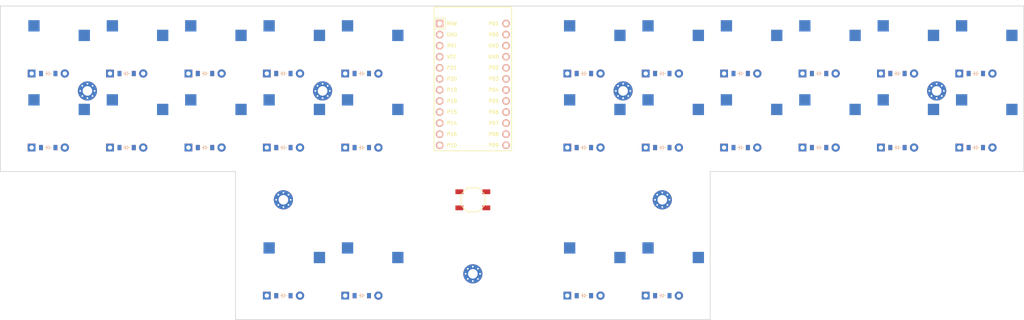
<source format=kicad_pcb>


(kicad_pcb (version 20171130) (host pcbnew 5.1.6)

  (page A3)
  (title_block
    (title "pcb")
    (rev "v1.0.0")
    (company "Unknown")
  )

  (general
    (thickness 1.6)
  )

  (layers
    (0 F.Cu signal)
    (31 B.Cu signal)
    (32 B.Adhes user)
    (33 F.Adhes user)
    (34 B.Paste user)
    (35 F.Paste user)
    (36 B.SilkS user)
    (37 F.SilkS user)
    (38 B.Mask user)
    (39 F.Mask user)
    (40 Dwgs.User user)
    (41 Cmts.User user)
    (42 Eco1.User user)
    (43 Eco2.User user)
    (44 Edge.Cuts user)
    (45 Margin user)
    (46 B.CrtYd user)
    (47 F.CrtYd user)
    (48 B.Fab user)
    (49 F.Fab user)
  )

  (setup
    (last_trace_width 0.25)
    (trace_clearance 0.2)
    (zone_clearance 0.508)
    (zone_45_only no)
    (trace_min 0.2)
    (via_size 0.8)
    (via_drill 0.4)
    (via_min_size 0.4)
    (via_min_drill 0.3)
    (uvia_size 0.3)
    (uvia_drill 0.1)
    (uvias_allowed no)
    (uvia_min_size 0.2)
    (uvia_min_drill 0.1)
    (edge_width 0.05)
    (segment_width 0.2)
    (pcb_text_width 0.3)
    (pcb_text_size 1.5 1.5)
    (mod_edge_width 0.12)
    (mod_text_size 1 1)
    (mod_text_width 0.15)
    (pad_size 1.524 1.524)
    (pad_drill 0.762)
    (pad_to_mask_clearance 0.05)
    (aux_axis_origin 0 0)
    (visible_elements FFFFFF7F)
    (pcbplotparams
      (layerselection 0x010fc_ffffffff)
      (usegerberextensions false)
      (usegerberattributes true)
      (usegerberadvancedattributes true)
      (creategerberjobfile true)
      (excludeedgelayer true)
      (linewidth 0.100000)
      (plotframeref false)
      (viasonmask false)
      (mode 1)
      (useauxorigin false)
      (hpglpennumber 1)
      (hpglpenspeed 20)
      (hpglpendiameter 15.000000)
      (psnegative false)
      (psa4output false)
      (plotreference true)
      (plotvalue true)
      (plotinvisibletext false)
      (padsonsilk false)
      (subtractmaskfromsilk false)
      (outputformat 1)
      (mirror false)
      (drillshape 1)
      (scaleselection 1)
      (outputdirectory ""))
  )

  (net 0 "")
(net 1 "GP14")
(net 2 "pinky_lbottom")
(net 3 "pinky_ltop")
(net 4 "GP13")
(net 5 "ring_lbottom")
(net 6 "ring_ltop")
(net 7 "GP12")
(net 8 "middle_lbottom")
(net 9 "middle_ltop")
(net 10 "GP11")
(net 11 "index_lbottom")
(net 12 "index_ltop")
(net 13 "GP10")
(net 14 "inner_lbottom")
(net 15 "inner_ltop")
(net 16 "GP21")
(net 17 "inner_rbottom")
(net 18 "inner_rtop")
(net 19 "GP20")
(net 20 "index_rbottom")
(net 21 "index_rtop")
(net 22 "GP19")
(net 23 "middle_rbottom")
(net 24 "middle_rtop")
(net 25 "GP18")
(net 26 "ring_rbottom")
(net 27 "ring_rtop")
(net 28 "GP17")
(net 29 "pinky_rbottom")
(net 30 "pinky_rtop")
(net 31 "GP16")
(net 32 "outer_rbottom")
(net 33 "outer_rtop")
(net 34 "outer_lttop")
(net 35 "inner_lttop")
(net 36 "inner_rttop")
(net 37 "outer_rttop")
(net 38 "GP9")
(net 39 "GP5")
(net 40 "GP22")
(net 41 "GP28")
(net 42 "GP15")
(net 43 "RAW")
(net 44 "GND")
(net 45 "RST")
(net 46 "VCC")
(net 47 "P21")
(net 48 "P20")
(net 49 "P19")
(net 50 "P18")
(net 51 "P15")
(net 52 "P14")
(net 53 "P16")
(net 54 "P10")
(net 55 "P1")
(net 56 "P0")
(net 57 "P2")
(net 58 "P3")
(net 59 "P4")
(net 60 "P5")
(net 61 "P6")
(net 62 "P7")
(net 63 "P8")
(net 64 "P9")

  (net_class Default "This is the default net class."
    (clearance 0.2)
    (trace_width 0.25)
    (via_dia 0.8)
    (via_drill 0.4)
    (uvia_dia 0.3)
    (uvia_drill 0.1)
    (add_net "")
(add_net "GP14")
(add_net "pinky_lbottom")
(add_net "pinky_ltop")
(add_net "GP13")
(add_net "ring_lbottom")
(add_net "ring_ltop")
(add_net "GP12")
(add_net "middle_lbottom")
(add_net "middle_ltop")
(add_net "GP11")
(add_net "index_lbottom")
(add_net "index_ltop")
(add_net "GP10")
(add_net "inner_lbottom")
(add_net "inner_ltop")
(add_net "GP21")
(add_net "inner_rbottom")
(add_net "inner_rtop")
(add_net "GP20")
(add_net "index_rbottom")
(add_net "index_rtop")
(add_net "GP19")
(add_net "middle_rbottom")
(add_net "middle_rtop")
(add_net "GP18")
(add_net "ring_rbottom")
(add_net "ring_rtop")
(add_net "GP17")
(add_net "pinky_rbottom")
(add_net "pinky_rtop")
(add_net "GP16")
(add_net "outer_rbottom")
(add_net "outer_rtop")
(add_net "outer_lttop")
(add_net "inner_lttop")
(add_net "inner_rttop")
(add_net "outer_rttop")
(add_net "GP9")
(add_net "GP5")
(add_net "GP22")
(add_net "GP28")
(add_net "GP15")
(add_net "RAW")
(add_net "GND")
(add_net "RST")
(add_net "VCC")
(add_net "P21")
(add_net "P20")
(add_net "P19")
(add_net "P18")
(add_net "P15")
(add_net "P14")
(add_net "P16")
(add_net "P10")
(add_net "P1")
(add_net "P0")
(add_net "P2")
(add_net "P3")
(add_net "P4")
(add_net "P5")
(add_net "P6")
(add_net "P7")
(add_net "P8")
(add_net "P9")
  )

  
        
      (module PG1350 (layer F.Cu) (tedit 5DD50112)
      (at 100 100 0)

      
      (fp_text reference "S1" (at 0 0) (layer F.SilkS) hide (effects (font (size 1.27 1.27) (thickness 0.15))))
      (fp_text value "" (at 0 0) (layer F.SilkS) hide (effects (font (size 1.27 1.27) (thickness 0.15))))

      
      (fp_line (start -7 -6) (end -7 -7) (layer Dwgs.User) (width 0.15))
      (fp_line (start -7 7) (end -6 7) (layer Dwgs.User) (width 0.15))
      (fp_line (start -6 -7) (end -7 -7) (layer Dwgs.User) (width 0.15))
      (fp_line (start -7 7) (end -7 6) (layer Dwgs.User) (width 0.15))
      (fp_line (start 7 6) (end 7 7) (layer Dwgs.User) (width 0.15))
      (fp_line (start 7 -7) (end 6 -7) (layer Dwgs.User) (width 0.15))
      (fp_line (start 6 7) (end 7 7) (layer Dwgs.User) (width 0.15))
      (fp_line (start 7 -7) (end 7 -6) (layer Dwgs.User) (width 0.15))      
      
      
      (pad "" np_thru_hole circle (at 0 0) (size 3.429 3.429) (drill 3.429) (layers *.Cu *.Mask))
        
      
      (pad "" np_thru_hole circle (at 5.5 0) (size 1.7018 1.7018) (drill 1.7018) (layers *.Cu *.Mask))
      (pad "" np_thru_hole circle (at -5.5 0) (size 1.7018 1.7018) (drill 1.7018) (layers *.Cu *.Mask))
      
        
      
      (fp_line (start -9 -8.5) (end 9 -8.5) (layer Dwgs.User) (width 0.15))
      (fp_line (start 9 -8.5) (end 9 8.5) (layer Dwgs.User) (width 0.15))
      (fp_line (start 9 8.5) (end -9 8.5) (layer Dwgs.User) (width 0.15))
      (fp_line (start -9 8.5) (end -9 -8.5) (layer Dwgs.User) (width 0.15))
      
        
          
          (pad "" np_thru_hole circle (at 5 -3.75) (size 3 3) (drill 3) (layers *.Cu *.Mask))
          (pad "" np_thru_hole circle (at 0 -5.95) (size 3 3) (drill 3) (layers *.Cu *.Mask))
      
          
          (pad 1 smd rect (at -3.275 -5.95 0) (size 2.6 2.6) (layers B.Cu B.Paste B.Mask)  (net 1 "GP14"))
          (pad 2 smd rect (at 8.275 -3.75 0) (size 2.6 2.6) (layers B.Cu B.Paste B.Mask)  (net 2 "pinky_lbottom"))
        )
        

        
      (module PG1350 (layer F.Cu) (tedit 5DD50112)
      (at 100 83 0)

      
      (fp_text reference "S2" (at 0 0) (layer F.SilkS) hide (effects (font (size 1.27 1.27) (thickness 0.15))))
      (fp_text value "" (at 0 0) (layer F.SilkS) hide (effects (font (size 1.27 1.27) (thickness 0.15))))

      
      (fp_line (start -7 -6) (end -7 -7) (layer Dwgs.User) (width 0.15))
      (fp_line (start -7 7) (end -6 7) (layer Dwgs.User) (width 0.15))
      (fp_line (start -6 -7) (end -7 -7) (layer Dwgs.User) (width 0.15))
      (fp_line (start -7 7) (end -7 6) (layer Dwgs.User) (width 0.15))
      (fp_line (start 7 6) (end 7 7) (layer Dwgs.User) (width 0.15))
      (fp_line (start 7 -7) (end 6 -7) (layer Dwgs.User) (width 0.15))
      (fp_line (start 6 7) (end 7 7) (layer Dwgs.User) (width 0.15))
      (fp_line (start 7 -7) (end 7 -6) (layer Dwgs.User) (width 0.15))      
      
      
      (pad "" np_thru_hole circle (at 0 0) (size 3.429 3.429) (drill 3.429) (layers *.Cu *.Mask))
        
      
      (pad "" np_thru_hole circle (at 5.5 0) (size 1.7018 1.7018) (drill 1.7018) (layers *.Cu *.Mask))
      (pad "" np_thru_hole circle (at -5.5 0) (size 1.7018 1.7018) (drill 1.7018) (layers *.Cu *.Mask))
      
        
      
      (fp_line (start -9 -8.5) (end 9 -8.5) (layer Dwgs.User) (width 0.15))
      (fp_line (start 9 -8.5) (end 9 8.5) (layer Dwgs.User) (width 0.15))
      (fp_line (start 9 8.5) (end -9 8.5) (layer Dwgs.User) (width 0.15))
      (fp_line (start -9 8.5) (end -9 -8.5) (layer Dwgs.User) (width 0.15))
      
        
          
          (pad "" np_thru_hole circle (at 5 -3.75) (size 3 3) (drill 3) (layers *.Cu *.Mask))
          (pad "" np_thru_hole circle (at 0 -5.95) (size 3 3) (drill 3) (layers *.Cu *.Mask))
      
          
          (pad 1 smd rect (at -3.275 -5.95 0) (size 2.6 2.6) (layers B.Cu B.Paste B.Mask)  (net 1 "GP14"))
          (pad 2 smd rect (at 8.275 -3.75 0) (size 2.6 2.6) (layers B.Cu B.Paste B.Mask)  (net 3 "pinky_ltop"))
        )
        

        
      (module PG1350 (layer F.Cu) (tedit 5DD50112)
      (at 118 100 0)

      
      (fp_text reference "S3" (at 0 0) (layer F.SilkS) hide (effects (font (size 1.27 1.27) (thickness 0.15))))
      (fp_text value "" (at 0 0) (layer F.SilkS) hide (effects (font (size 1.27 1.27) (thickness 0.15))))

      
      (fp_line (start -7 -6) (end -7 -7) (layer Dwgs.User) (width 0.15))
      (fp_line (start -7 7) (end -6 7) (layer Dwgs.User) (width 0.15))
      (fp_line (start -6 -7) (end -7 -7) (layer Dwgs.User) (width 0.15))
      (fp_line (start -7 7) (end -7 6) (layer Dwgs.User) (width 0.15))
      (fp_line (start 7 6) (end 7 7) (layer Dwgs.User) (width 0.15))
      (fp_line (start 7 -7) (end 6 -7) (layer Dwgs.User) (width 0.15))
      (fp_line (start 6 7) (end 7 7) (layer Dwgs.User) (width 0.15))
      (fp_line (start 7 -7) (end 7 -6) (layer Dwgs.User) (width 0.15))      
      
      
      (pad "" np_thru_hole circle (at 0 0) (size 3.429 3.429) (drill 3.429) (layers *.Cu *.Mask))
        
      
      (pad "" np_thru_hole circle (at 5.5 0) (size 1.7018 1.7018) (drill 1.7018) (layers *.Cu *.Mask))
      (pad "" np_thru_hole circle (at -5.5 0) (size 1.7018 1.7018) (drill 1.7018) (layers *.Cu *.Mask))
      
        
      
      (fp_line (start -9 -8.5) (end 9 -8.5) (layer Dwgs.User) (width 0.15))
      (fp_line (start 9 -8.5) (end 9 8.5) (layer Dwgs.User) (width 0.15))
      (fp_line (start 9 8.5) (end -9 8.5) (layer Dwgs.User) (width 0.15))
      (fp_line (start -9 8.5) (end -9 -8.5) (layer Dwgs.User) (width 0.15))
      
        
          
          (pad "" np_thru_hole circle (at 5 -3.75) (size 3 3) (drill 3) (layers *.Cu *.Mask))
          (pad "" np_thru_hole circle (at 0 -5.95) (size 3 3) (drill 3) (layers *.Cu *.Mask))
      
          
          (pad 1 smd rect (at -3.275 -5.95 0) (size 2.6 2.6) (layers B.Cu B.Paste B.Mask)  (net 4 "GP13"))
          (pad 2 smd rect (at 8.275 -3.75 0) (size 2.6 2.6) (layers B.Cu B.Paste B.Mask)  (net 5 "ring_lbottom"))
        )
        

        
      (module PG1350 (layer F.Cu) (tedit 5DD50112)
      (at 118 83 0)

      
      (fp_text reference "S4" (at 0 0) (layer F.SilkS) hide (effects (font (size 1.27 1.27) (thickness 0.15))))
      (fp_text value "" (at 0 0) (layer F.SilkS) hide (effects (font (size 1.27 1.27) (thickness 0.15))))

      
      (fp_line (start -7 -6) (end -7 -7) (layer Dwgs.User) (width 0.15))
      (fp_line (start -7 7) (end -6 7) (layer Dwgs.User) (width 0.15))
      (fp_line (start -6 -7) (end -7 -7) (layer Dwgs.User) (width 0.15))
      (fp_line (start -7 7) (end -7 6) (layer Dwgs.User) (width 0.15))
      (fp_line (start 7 6) (end 7 7) (layer Dwgs.User) (width 0.15))
      (fp_line (start 7 -7) (end 6 -7) (layer Dwgs.User) (width 0.15))
      (fp_line (start 6 7) (end 7 7) (layer Dwgs.User) (width 0.15))
      (fp_line (start 7 -7) (end 7 -6) (layer Dwgs.User) (width 0.15))      
      
      
      (pad "" np_thru_hole circle (at 0 0) (size 3.429 3.429) (drill 3.429) (layers *.Cu *.Mask))
        
      
      (pad "" np_thru_hole circle (at 5.5 0) (size 1.7018 1.7018) (drill 1.7018) (layers *.Cu *.Mask))
      (pad "" np_thru_hole circle (at -5.5 0) (size 1.7018 1.7018) (drill 1.7018) (layers *.Cu *.Mask))
      
        
      
      (fp_line (start -9 -8.5) (end 9 -8.5) (layer Dwgs.User) (width 0.15))
      (fp_line (start 9 -8.5) (end 9 8.5) (layer Dwgs.User) (width 0.15))
      (fp_line (start 9 8.5) (end -9 8.5) (layer Dwgs.User) (width 0.15))
      (fp_line (start -9 8.5) (end -9 -8.5) (layer Dwgs.User) (width 0.15))
      
        
          
          (pad "" np_thru_hole circle (at 5 -3.75) (size 3 3) (drill 3) (layers *.Cu *.Mask))
          (pad "" np_thru_hole circle (at 0 -5.95) (size 3 3) (drill 3) (layers *.Cu *.Mask))
      
          
          (pad 1 smd rect (at -3.275 -5.95 0) (size 2.6 2.6) (layers B.Cu B.Paste B.Mask)  (net 4 "GP13"))
          (pad 2 smd rect (at 8.275 -3.75 0) (size 2.6 2.6) (layers B.Cu B.Paste B.Mask)  (net 6 "ring_ltop"))
        )
        

        
      (module PG1350 (layer F.Cu) (tedit 5DD50112)
      (at 136 100 0)

      
      (fp_text reference "S5" (at 0 0) (layer F.SilkS) hide (effects (font (size 1.27 1.27) (thickness 0.15))))
      (fp_text value "" (at 0 0) (layer F.SilkS) hide (effects (font (size 1.27 1.27) (thickness 0.15))))

      
      (fp_line (start -7 -6) (end -7 -7) (layer Dwgs.User) (width 0.15))
      (fp_line (start -7 7) (end -6 7) (layer Dwgs.User) (width 0.15))
      (fp_line (start -6 -7) (end -7 -7) (layer Dwgs.User) (width 0.15))
      (fp_line (start -7 7) (end -7 6) (layer Dwgs.User) (width 0.15))
      (fp_line (start 7 6) (end 7 7) (layer Dwgs.User) (width 0.15))
      (fp_line (start 7 -7) (end 6 -7) (layer Dwgs.User) (width 0.15))
      (fp_line (start 6 7) (end 7 7) (layer Dwgs.User) (width 0.15))
      (fp_line (start 7 -7) (end 7 -6) (layer Dwgs.User) (width 0.15))      
      
      
      (pad "" np_thru_hole circle (at 0 0) (size 3.429 3.429) (drill 3.429) (layers *.Cu *.Mask))
        
      
      (pad "" np_thru_hole circle (at 5.5 0) (size 1.7018 1.7018) (drill 1.7018) (layers *.Cu *.Mask))
      (pad "" np_thru_hole circle (at -5.5 0) (size 1.7018 1.7018) (drill 1.7018) (layers *.Cu *.Mask))
      
        
      
      (fp_line (start -9 -8.5) (end 9 -8.5) (layer Dwgs.User) (width 0.15))
      (fp_line (start 9 -8.5) (end 9 8.5) (layer Dwgs.User) (width 0.15))
      (fp_line (start 9 8.5) (end -9 8.5) (layer Dwgs.User) (width 0.15))
      (fp_line (start -9 8.5) (end -9 -8.5) (layer Dwgs.User) (width 0.15))
      
        
          
          (pad "" np_thru_hole circle (at 5 -3.75) (size 3 3) (drill 3) (layers *.Cu *.Mask))
          (pad "" np_thru_hole circle (at 0 -5.95) (size 3 3) (drill 3) (layers *.Cu *.Mask))
      
          
          (pad 1 smd rect (at -3.275 -5.95 0) (size 2.6 2.6) (layers B.Cu B.Paste B.Mask)  (net 7 "GP12"))
          (pad 2 smd rect (at 8.275 -3.75 0) (size 2.6 2.6) (layers B.Cu B.Paste B.Mask)  (net 8 "middle_lbottom"))
        )
        

        
      (module PG1350 (layer F.Cu) (tedit 5DD50112)
      (at 136 83 0)

      
      (fp_text reference "S6" (at 0 0) (layer F.SilkS) hide (effects (font (size 1.27 1.27) (thickness 0.15))))
      (fp_text value "" (at 0 0) (layer F.SilkS) hide (effects (font (size 1.27 1.27) (thickness 0.15))))

      
      (fp_line (start -7 -6) (end -7 -7) (layer Dwgs.User) (width 0.15))
      (fp_line (start -7 7) (end -6 7) (layer Dwgs.User) (width 0.15))
      (fp_line (start -6 -7) (end -7 -7) (layer Dwgs.User) (width 0.15))
      (fp_line (start -7 7) (end -7 6) (layer Dwgs.User) (width 0.15))
      (fp_line (start 7 6) (end 7 7) (layer Dwgs.User) (width 0.15))
      (fp_line (start 7 -7) (end 6 -7) (layer Dwgs.User) (width 0.15))
      (fp_line (start 6 7) (end 7 7) (layer Dwgs.User) (width 0.15))
      (fp_line (start 7 -7) (end 7 -6) (layer Dwgs.User) (width 0.15))      
      
      
      (pad "" np_thru_hole circle (at 0 0) (size 3.429 3.429) (drill 3.429) (layers *.Cu *.Mask))
        
      
      (pad "" np_thru_hole circle (at 5.5 0) (size 1.7018 1.7018) (drill 1.7018) (layers *.Cu *.Mask))
      (pad "" np_thru_hole circle (at -5.5 0) (size 1.7018 1.7018) (drill 1.7018) (layers *.Cu *.Mask))
      
        
      
      (fp_line (start -9 -8.5) (end 9 -8.5) (layer Dwgs.User) (width 0.15))
      (fp_line (start 9 -8.5) (end 9 8.5) (layer Dwgs.User) (width 0.15))
      (fp_line (start 9 8.5) (end -9 8.5) (layer Dwgs.User) (width 0.15))
      (fp_line (start -9 8.5) (end -9 -8.5) (layer Dwgs.User) (width 0.15))
      
        
          
          (pad "" np_thru_hole circle (at 5 -3.75) (size 3 3) (drill 3) (layers *.Cu *.Mask))
          (pad "" np_thru_hole circle (at 0 -5.95) (size 3 3) (drill 3) (layers *.Cu *.Mask))
      
          
          (pad 1 smd rect (at -3.275 -5.95 0) (size 2.6 2.6) (layers B.Cu B.Paste B.Mask)  (net 7 "GP12"))
          (pad 2 smd rect (at 8.275 -3.75 0) (size 2.6 2.6) (layers B.Cu B.Paste B.Mask)  (net 9 "middle_ltop"))
        )
        

        
      (module PG1350 (layer F.Cu) (tedit 5DD50112)
      (at 154 100 0)

      
      (fp_text reference "S7" (at 0 0) (layer F.SilkS) hide (effects (font (size 1.27 1.27) (thickness 0.15))))
      (fp_text value "" (at 0 0) (layer F.SilkS) hide (effects (font (size 1.27 1.27) (thickness 0.15))))

      
      (fp_line (start -7 -6) (end -7 -7) (layer Dwgs.User) (width 0.15))
      (fp_line (start -7 7) (end -6 7) (layer Dwgs.User) (width 0.15))
      (fp_line (start -6 -7) (end -7 -7) (layer Dwgs.User) (width 0.15))
      (fp_line (start -7 7) (end -7 6) (layer Dwgs.User) (width 0.15))
      (fp_line (start 7 6) (end 7 7) (layer Dwgs.User) (width 0.15))
      (fp_line (start 7 -7) (end 6 -7) (layer Dwgs.User) (width 0.15))
      (fp_line (start 6 7) (end 7 7) (layer Dwgs.User) (width 0.15))
      (fp_line (start 7 -7) (end 7 -6) (layer Dwgs.User) (width 0.15))      
      
      
      (pad "" np_thru_hole circle (at 0 0) (size 3.429 3.429) (drill 3.429) (layers *.Cu *.Mask))
        
      
      (pad "" np_thru_hole circle (at 5.5 0) (size 1.7018 1.7018) (drill 1.7018) (layers *.Cu *.Mask))
      (pad "" np_thru_hole circle (at -5.5 0) (size 1.7018 1.7018) (drill 1.7018) (layers *.Cu *.Mask))
      
        
      
      (fp_line (start -9 -8.5) (end 9 -8.5) (layer Dwgs.User) (width 0.15))
      (fp_line (start 9 -8.5) (end 9 8.5) (layer Dwgs.User) (width 0.15))
      (fp_line (start 9 8.5) (end -9 8.5) (layer Dwgs.User) (width 0.15))
      (fp_line (start -9 8.5) (end -9 -8.5) (layer Dwgs.User) (width 0.15))
      
        
          
          (pad "" np_thru_hole circle (at 5 -3.75) (size 3 3) (drill 3) (layers *.Cu *.Mask))
          (pad "" np_thru_hole circle (at 0 -5.95) (size 3 3) (drill 3) (layers *.Cu *.Mask))
      
          
          (pad 1 smd rect (at -3.275 -5.95 0) (size 2.6 2.6) (layers B.Cu B.Paste B.Mask)  (net 10 "GP11"))
          (pad 2 smd rect (at 8.275 -3.75 0) (size 2.6 2.6) (layers B.Cu B.Paste B.Mask)  (net 11 "index_lbottom"))
        )
        

        
      (module PG1350 (layer F.Cu) (tedit 5DD50112)
      (at 154 83 0)

      
      (fp_text reference "S8" (at 0 0) (layer F.SilkS) hide (effects (font (size 1.27 1.27) (thickness 0.15))))
      (fp_text value "" (at 0 0) (layer F.SilkS) hide (effects (font (size 1.27 1.27) (thickness 0.15))))

      
      (fp_line (start -7 -6) (end -7 -7) (layer Dwgs.User) (width 0.15))
      (fp_line (start -7 7) (end -6 7) (layer Dwgs.User) (width 0.15))
      (fp_line (start -6 -7) (end -7 -7) (layer Dwgs.User) (width 0.15))
      (fp_line (start -7 7) (end -7 6) (layer Dwgs.User) (width 0.15))
      (fp_line (start 7 6) (end 7 7) (layer Dwgs.User) (width 0.15))
      (fp_line (start 7 -7) (end 6 -7) (layer Dwgs.User) (width 0.15))
      (fp_line (start 6 7) (end 7 7) (layer Dwgs.User) (width 0.15))
      (fp_line (start 7 -7) (end 7 -6) (layer Dwgs.User) (width 0.15))      
      
      
      (pad "" np_thru_hole circle (at 0 0) (size 3.429 3.429) (drill 3.429) (layers *.Cu *.Mask))
        
      
      (pad "" np_thru_hole circle (at 5.5 0) (size 1.7018 1.7018) (drill 1.7018) (layers *.Cu *.Mask))
      (pad "" np_thru_hole circle (at -5.5 0) (size 1.7018 1.7018) (drill 1.7018) (layers *.Cu *.Mask))
      
        
      
      (fp_line (start -9 -8.5) (end 9 -8.5) (layer Dwgs.User) (width 0.15))
      (fp_line (start 9 -8.5) (end 9 8.5) (layer Dwgs.User) (width 0.15))
      (fp_line (start 9 8.5) (end -9 8.5) (layer Dwgs.User) (width 0.15))
      (fp_line (start -9 8.5) (end -9 -8.5) (layer Dwgs.User) (width 0.15))
      
        
          
          (pad "" np_thru_hole circle (at 5 -3.75) (size 3 3) (drill 3) (layers *.Cu *.Mask))
          (pad "" np_thru_hole circle (at 0 -5.95) (size 3 3) (drill 3) (layers *.Cu *.Mask))
      
          
          (pad 1 smd rect (at -3.275 -5.95 0) (size 2.6 2.6) (layers B.Cu B.Paste B.Mask)  (net 10 "GP11"))
          (pad 2 smd rect (at 8.275 -3.75 0) (size 2.6 2.6) (layers B.Cu B.Paste B.Mask)  (net 12 "index_ltop"))
        )
        

        
      (module PG1350 (layer F.Cu) (tedit 5DD50112)
      (at 172 100 0)

      
      (fp_text reference "S9" (at 0 0) (layer F.SilkS) hide (effects (font (size 1.27 1.27) (thickness 0.15))))
      (fp_text value "" (at 0 0) (layer F.SilkS) hide (effects (font (size 1.27 1.27) (thickness 0.15))))

      
      (fp_line (start -7 -6) (end -7 -7) (layer Dwgs.User) (width 0.15))
      (fp_line (start -7 7) (end -6 7) (layer Dwgs.User) (width 0.15))
      (fp_line (start -6 -7) (end -7 -7) (layer Dwgs.User) (width 0.15))
      (fp_line (start -7 7) (end -7 6) (layer Dwgs.User) (width 0.15))
      (fp_line (start 7 6) (end 7 7) (layer Dwgs.User) (width 0.15))
      (fp_line (start 7 -7) (end 6 -7) (layer Dwgs.User) (width 0.15))
      (fp_line (start 6 7) (end 7 7) (layer Dwgs.User) (width 0.15))
      (fp_line (start 7 -7) (end 7 -6) (layer Dwgs.User) (width 0.15))      
      
      
      (pad "" np_thru_hole circle (at 0 0) (size 3.429 3.429) (drill 3.429) (layers *.Cu *.Mask))
        
      
      (pad "" np_thru_hole circle (at 5.5 0) (size 1.7018 1.7018) (drill 1.7018) (layers *.Cu *.Mask))
      (pad "" np_thru_hole circle (at -5.5 0) (size 1.7018 1.7018) (drill 1.7018) (layers *.Cu *.Mask))
      
        
      
      (fp_line (start -9 -8.5) (end 9 -8.5) (layer Dwgs.User) (width 0.15))
      (fp_line (start 9 -8.5) (end 9 8.5) (layer Dwgs.User) (width 0.15))
      (fp_line (start 9 8.5) (end -9 8.5) (layer Dwgs.User) (width 0.15))
      (fp_line (start -9 8.5) (end -9 -8.5) (layer Dwgs.User) (width 0.15))
      
        
          
          (pad "" np_thru_hole circle (at 5 -3.75) (size 3 3) (drill 3) (layers *.Cu *.Mask))
          (pad "" np_thru_hole circle (at 0 -5.95) (size 3 3) (drill 3) (layers *.Cu *.Mask))
      
          
          (pad 1 smd rect (at -3.275 -5.95 0) (size 2.6 2.6) (layers B.Cu B.Paste B.Mask)  (net 13 "GP10"))
          (pad 2 smd rect (at 8.275 -3.75 0) (size 2.6 2.6) (layers B.Cu B.Paste B.Mask)  (net 14 "inner_lbottom"))
        )
        

        
      (module PG1350 (layer F.Cu) (tedit 5DD50112)
      (at 172 83 0)

      
      (fp_text reference "S10" (at 0 0) (layer F.SilkS) hide (effects (font (size 1.27 1.27) (thickness 0.15))))
      (fp_text value "" (at 0 0) (layer F.SilkS) hide (effects (font (size 1.27 1.27) (thickness 0.15))))

      
      (fp_line (start -7 -6) (end -7 -7) (layer Dwgs.User) (width 0.15))
      (fp_line (start -7 7) (end -6 7) (layer Dwgs.User) (width 0.15))
      (fp_line (start -6 -7) (end -7 -7) (layer Dwgs.User) (width 0.15))
      (fp_line (start -7 7) (end -7 6) (layer Dwgs.User) (width 0.15))
      (fp_line (start 7 6) (end 7 7) (layer Dwgs.User) (width 0.15))
      (fp_line (start 7 -7) (end 6 -7) (layer Dwgs.User) (width 0.15))
      (fp_line (start 6 7) (end 7 7) (layer Dwgs.User) (width 0.15))
      (fp_line (start 7 -7) (end 7 -6) (layer Dwgs.User) (width 0.15))      
      
      
      (pad "" np_thru_hole circle (at 0 0) (size 3.429 3.429) (drill 3.429) (layers *.Cu *.Mask))
        
      
      (pad "" np_thru_hole circle (at 5.5 0) (size 1.7018 1.7018) (drill 1.7018) (layers *.Cu *.Mask))
      (pad "" np_thru_hole circle (at -5.5 0) (size 1.7018 1.7018) (drill 1.7018) (layers *.Cu *.Mask))
      
        
      
      (fp_line (start -9 -8.5) (end 9 -8.5) (layer Dwgs.User) (width 0.15))
      (fp_line (start 9 -8.5) (end 9 8.5) (layer Dwgs.User) (width 0.15))
      (fp_line (start 9 8.5) (end -9 8.5) (layer Dwgs.User) (width 0.15))
      (fp_line (start -9 8.5) (end -9 -8.5) (layer Dwgs.User) (width 0.15))
      
        
          
          (pad "" np_thru_hole circle (at 5 -3.75) (size 3 3) (drill 3) (layers *.Cu *.Mask))
          (pad "" np_thru_hole circle (at 0 -5.95) (size 3 3) (drill 3) (layers *.Cu *.Mask))
      
          
          (pad 1 smd rect (at -3.275 -5.95 0) (size 2.6 2.6) (layers B.Cu B.Paste B.Mask)  (net 13 "GP10"))
          (pad 2 smd rect (at 8.275 -3.75 0) (size 2.6 2.6) (layers B.Cu B.Paste B.Mask)  (net 15 "inner_ltop"))
        )
        

        
      (module PG1350 (layer F.Cu) (tedit 5DD50112)
      (at 223 100 0)

      
      (fp_text reference "S11" (at 0 0) (layer F.SilkS) hide (effects (font (size 1.27 1.27) (thickness 0.15))))
      (fp_text value "" (at 0 0) (layer F.SilkS) hide (effects (font (size 1.27 1.27) (thickness 0.15))))

      
      (fp_line (start -7 -6) (end -7 -7) (layer Dwgs.User) (width 0.15))
      (fp_line (start -7 7) (end -6 7) (layer Dwgs.User) (width 0.15))
      (fp_line (start -6 -7) (end -7 -7) (layer Dwgs.User) (width 0.15))
      (fp_line (start -7 7) (end -7 6) (layer Dwgs.User) (width 0.15))
      (fp_line (start 7 6) (end 7 7) (layer Dwgs.User) (width 0.15))
      (fp_line (start 7 -7) (end 6 -7) (layer Dwgs.User) (width 0.15))
      (fp_line (start 6 7) (end 7 7) (layer Dwgs.User) (width 0.15))
      (fp_line (start 7 -7) (end 7 -6) (layer Dwgs.User) (width 0.15))      
      
      
      (pad "" np_thru_hole circle (at 0 0) (size 3.429 3.429) (drill 3.429) (layers *.Cu *.Mask))
        
      
      (pad "" np_thru_hole circle (at 5.5 0) (size 1.7018 1.7018) (drill 1.7018) (layers *.Cu *.Mask))
      (pad "" np_thru_hole circle (at -5.5 0) (size 1.7018 1.7018) (drill 1.7018) (layers *.Cu *.Mask))
      
        
      
      (fp_line (start -9 -8.5) (end 9 -8.5) (layer Dwgs.User) (width 0.15))
      (fp_line (start 9 -8.5) (end 9 8.5) (layer Dwgs.User) (width 0.15))
      (fp_line (start 9 8.5) (end -9 8.5) (layer Dwgs.User) (width 0.15))
      (fp_line (start -9 8.5) (end -9 -8.5) (layer Dwgs.User) (width 0.15))
      
        
          
          (pad "" np_thru_hole circle (at 5 -3.75) (size 3 3) (drill 3) (layers *.Cu *.Mask))
          (pad "" np_thru_hole circle (at 0 -5.95) (size 3 3) (drill 3) (layers *.Cu *.Mask))
      
          
          (pad 1 smd rect (at -3.275 -5.95 0) (size 2.6 2.6) (layers B.Cu B.Paste B.Mask)  (net 16 "GP21"))
          (pad 2 smd rect (at 8.275 -3.75 0) (size 2.6 2.6) (layers B.Cu B.Paste B.Mask)  (net 17 "inner_rbottom"))
        )
        

        
      (module PG1350 (layer F.Cu) (tedit 5DD50112)
      (at 223 83 0)

      
      (fp_text reference "S12" (at 0 0) (layer F.SilkS) hide (effects (font (size 1.27 1.27) (thickness 0.15))))
      (fp_text value "" (at 0 0) (layer F.SilkS) hide (effects (font (size 1.27 1.27) (thickness 0.15))))

      
      (fp_line (start -7 -6) (end -7 -7) (layer Dwgs.User) (width 0.15))
      (fp_line (start -7 7) (end -6 7) (layer Dwgs.User) (width 0.15))
      (fp_line (start -6 -7) (end -7 -7) (layer Dwgs.User) (width 0.15))
      (fp_line (start -7 7) (end -7 6) (layer Dwgs.User) (width 0.15))
      (fp_line (start 7 6) (end 7 7) (layer Dwgs.User) (width 0.15))
      (fp_line (start 7 -7) (end 6 -7) (layer Dwgs.User) (width 0.15))
      (fp_line (start 6 7) (end 7 7) (layer Dwgs.User) (width 0.15))
      (fp_line (start 7 -7) (end 7 -6) (layer Dwgs.User) (width 0.15))      
      
      
      (pad "" np_thru_hole circle (at 0 0) (size 3.429 3.429) (drill 3.429) (layers *.Cu *.Mask))
        
      
      (pad "" np_thru_hole circle (at 5.5 0) (size 1.7018 1.7018) (drill 1.7018) (layers *.Cu *.Mask))
      (pad "" np_thru_hole circle (at -5.5 0) (size 1.7018 1.7018) (drill 1.7018) (layers *.Cu *.Mask))
      
        
      
      (fp_line (start -9 -8.5) (end 9 -8.5) (layer Dwgs.User) (width 0.15))
      (fp_line (start 9 -8.5) (end 9 8.5) (layer Dwgs.User) (width 0.15))
      (fp_line (start 9 8.5) (end -9 8.5) (layer Dwgs.User) (width 0.15))
      (fp_line (start -9 8.5) (end -9 -8.5) (layer Dwgs.User) (width 0.15))
      
        
          
          (pad "" np_thru_hole circle (at 5 -3.75) (size 3 3) (drill 3) (layers *.Cu *.Mask))
          (pad "" np_thru_hole circle (at 0 -5.95) (size 3 3) (drill 3) (layers *.Cu *.Mask))
      
          
          (pad 1 smd rect (at -3.275 -5.95 0) (size 2.6 2.6) (layers B.Cu B.Paste B.Mask)  (net 16 "GP21"))
          (pad 2 smd rect (at 8.275 -3.75 0) (size 2.6 2.6) (layers B.Cu B.Paste B.Mask)  (net 18 "inner_rtop"))
        )
        

        
      (module PG1350 (layer F.Cu) (tedit 5DD50112)
      (at 241 100 0)

      
      (fp_text reference "S13" (at 0 0) (layer F.SilkS) hide (effects (font (size 1.27 1.27) (thickness 0.15))))
      (fp_text value "" (at 0 0) (layer F.SilkS) hide (effects (font (size 1.27 1.27) (thickness 0.15))))

      
      (fp_line (start -7 -6) (end -7 -7) (layer Dwgs.User) (width 0.15))
      (fp_line (start -7 7) (end -6 7) (layer Dwgs.User) (width 0.15))
      (fp_line (start -6 -7) (end -7 -7) (layer Dwgs.User) (width 0.15))
      (fp_line (start -7 7) (end -7 6) (layer Dwgs.User) (width 0.15))
      (fp_line (start 7 6) (end 7 7) (layer Dwgs.User) (width 0.15))
      (fp_line (start 7 -7) (end 6 -7) (layer Dwgs.User) (width 0.15))
      (fp_line (start 6 7) (end 7 7) (layer Dwgs.User) (width 0.15))
      (fp_line (start 7 -7) (end 7 -6) (layer Dwgs.User) (width 0.15))      
      
      
      (pad "" np_thru_hole circle (at 0 0) (size 3.429 3.429) (drill 3.429) (layers *.Cu *.Mask))
        
      
      (pad "" np_thru_hole circle (at 5.5 0) (size 1.7018 1.7018) (drill 1.7018) (layers *.Cu *.Mask))
      (pad "" np_thru_hole circle (at -5.5 0) (size 1.7018 1.7018) (drill 1.7018) (layers *.Cu *.Mask))
      
        
      
      (fp_line (start -9 -8.5) (end 9 -8.5) (layer Dwgs.User) (width 0.15))
      (fp_line (start 9 -8.5) (end 9 8.5) (layer Dwgs.User) (width 0.15))
      (fp_line (start 9 8.5) (end -9 8.5) (layer Dwgs.User) (width 0.15))
      (fp_line (start -9 8.5) (end -9 -8.5) (layer Dwgs.User) (width 0.15))
      
        
          
          (pad "" np_thru_hole circle (at 5 -3.75) (size 3 3) (drill 3) (layers *.Cu *.Mask))
          (pad "" np_thru_hole circle (at 0 -5.95) (size 3 3) (drill 3) (layers *.Cu *.Mask))
      
          
          (pad 1 smd rect (at -3.275 -5.95 0) (size 2.6 2.6) (layers B.Cu B.Paste B.Mask)  (net 19 "GP20"))
          (pad 2 smd rect (at 8.275 -3.75 0) (size 2.6 2.6) (layers B.Cu B.Paste B.Mask)  (net 20 "index_rbottom"))
        )
        

        
      (module PG1350 (layer F.Cu) (tedit 5DD50112)
      (at 241 83 0)

      
      (fp_text reference "S14" (at 0 0) (layer F.SilkS) hide (effects (font (size 1.27 1.27) (thickness 0.15))))
      (fp_text value "" (at 0 0) (layer F.SilkS) hide (effects (font (size 1.27 1.27) (thickness 0.15))))

      
      (fp_line (start -7 -6) (end -7 -7) (layer Dwgs.User) (width 0.15))
      (fp_line (start -7 7) (end -6 7) (layer Dwgs.User) (width 0.15))
      (fp_line (start -6 -7) (end -7 -7) (layer Dwgs.User) (width 0.15))
      (fp_line (start -7 7) (end -7 6) (layer Dwgs.User) (width 0.15))
      (fp_line (start 7 6) (end 7 7) (layer Dwgs.User) (width 0.15))
      (fp_line (start 7 -7) (end 6 -7) (layer Dwgs.User) (width 0.15))
      (fp_line (start 6 7) (end 7 7) (layer Dwgs.User) (width 0.15))
      (fp_line (start 7 -7) (end 7 -6) (layer Dwgs.User) (width 0.15))      
      
      
      (pad "" np_thru_hole circle (at 0 0) (size 3.429 3.429) (drill 3.429) (layers *.Cu *.Mask))
        
      
      (pad "" np_thru_hole circle (at 5.5 0) (size 1.7018 1.7018) (drill 1.7018) (layers *.Cu *.Mask))
      (pad "" np_thru_hole circle (at -5.5 0) (size 1.7018 1.7018) (drill 1.7018) (layers *.Cu *.Mask))
      
        
      
      (fp_line (start -9 -8.5) (end 9 -8.5) (layer Dwgs.User) (width 0.15))
      (fp_line (start 9 -8.5) (end 9 8.5) (layer Dwgs.User) (width 0.15))
      (fp_line (start 9 8.5) (end -9 8.5) (layer Dwgs.User) (width 0.15))
      (fp_line (start -9 8.5) (end -9 -8.5) (layer Dwgs.User) (width 0.15))
      
        
          
          (pad "" np_thru_hole circle (at 5 -3.75) (size 3 3) (drill 3) (layers *.Cu *.Mask))
          (pad "" np_thru_hole circle (at 0 -5.95) (size 3 3) (drill 3) (layers *.Cu *.Mask))
      
          
          (pad 1 smd rect (at -3.275 -5.95 0) (size 2.6 2.6) (layers B.Cu B.Paste B.Mask)  (net 19 "GP20"))
          (pad 2 smd rect (at 8.275 -3.75 0) (size 2.6 2.6) (layers B.Cu B.Paste B.Mask)  (net 21 "index_rtop"))
        )
        

        
      (module PG1350 (layer F.Cu) (tedit 5DD50112)
      (at 259 100 0)

      
      (fp_text reference "S15" (at 0 0) (layer F.SilkS) hide (effects (font (size 1.27 1.27) (thickness 0.15))))
      (fp_text value "" (at 0 0) (layer F.SilkS) hide (effects (font (size 1.27 1.27) (thickness 0.15))))

      
      (fp_line (start -7 -6) (end -7 -7) (layer Dwgs.User) (width 0.15))
      (fp_line (start -7 7) (end -6 7) (layer Dwgs.User) (width 0.15))
      (fp_line (start -6 -7) (end -7 -7) (layer Dwgs.User) (width 0.15))
      (fp_line (start -7 7) (end -7 6) (layer Dwgs.User) (width 0.15))
      (fp_line (start 7 6) (end 7 7) (layer Dwgs.User) (width 0.15))
      (fp_line (start 7 -7) (end 6 -7) (layer Dwgs.User) (width 0.15))
      (fp_line (start 6 7) (end 7 7) (layer Dwgs.User) (width 0.15))
      (fp_line (start 7 -7) (end 7 -6) (layer Dwgs.User) (width 0.15))      
      
      
      (pad "" np_thru_hole circle (at 0 0) (size 3.429 3.429) (drill 3.429) (layers *.Cu *.Mask))
        
      
      (pad "" np_thru_hole circle (at 5.5 0) (size 1.7018 1.7018) (drill 1.7018) (layers *.Cu *.Mask))
      (pad "" np_thru_hole circle (at -5.5 0) (size 1.7018 1.7018) (drill 1.7018) (layers *.Cu *.Mask))
      
        
      
      (fp_line (start -9 -8.5) (end 9 -8.5) (layer Dwgs.User) (width 0.15))
      (fp_line (start 9 -8.5) (end 9 8.5) (layer Dwgs.User) (width 0.15))
      (fp_line (start 9 8.5) (end -9 8.5) (layer Dwgs.User) (width 0.15))
      (fp_line (start -9 8.5) (end -9 -8.5) (layer Dwgs.User) (width 0.15))
      
        
          
          (pad "" np_thru_hole circle (at 5 -3.75) (size 3 3) (drill 3) (layers *.Cu *.Mask))
          (pad "" np_thru_hole circle (at 0 -5.95) (size 3 3) (drill 3) (layers *.Cu *.Mask))
      
          
          (pad 1 smd rect (at -3.275 -5.95 0) (size 2.6 2.6) (layers B.Cu B.Paste B.Mask)  (net 22 "GP19"))
          (pad 2 smd rect (at 8.275 -3.75 0) (size 2.6 2.6) (layers B.Cu B.Paste B.Mask)  (net 23 "middle_rbottom"))
        )
        

        
      (module PG1350 (layer F.Cu) (tedit 5DD50112)
      (at 259 83 0)

      
      (fp_text reference "S16" (at 0 0) (layer F.SilkS) hide (effects (font (size 1.27 1.27) (thickness 0.15))))
      (fp_text value "" (at 0 0) (layer F.SilkS) hide (effects (font (size 1.27 1.27) (thickness 0.15))))

      
      (fp_line (start -7 -6) (end -7 -7) (layer Dwgs.User) (width 0.15))
      (fp_line (start -7 7) (end -6 7) (layer Dwgs.User) (width 0.15))
      (fp_line (start -6 -7) (end -7 -7) (layer Dwgs.User) (width 0.15))
      (fp_line (start -7 7) (end -7 6) (layer Dwgs.User) (width 0.15))
      (fp_line (start 7 6) (end 7 7) (layer Dwgs.User) (width 0.15))
      (fp_line (start 7 -7) (end 6 -7) (layer Dwgs.User) (width 0.15))
      (fp_line (start 6 7) (end 7 7) (layer Dwgs.User) (width 0.15))
      (fp_line (start 7 -7) (end 7 -6) (layer Dwgs.User) (width 0.15))      
      
      
      (pad "" np_thru_hole circle (at 0 0) (size 3.429 3.429) (drill 3.429) (layers *.Cu *.Mask))
        
      
      (pad "" np_thru_hole circle (at 5.5 0) (size 1.7018 1.7018) (drill 1.7018) (layers *.Cu *.Mask))
      (pad "" np_thru_hole circle (at -5.5 0) (size 1.7018 1.7018) (drill 1.7018) (layers *.Cu *.Mask))
      
        
      
      (fp_line (start -9 -8.5) (end 9 -8.5) (layer Dwgs.User) (width 0.15))
      (fp_line (start 9 -8.5) (end 9 8.5) (layer Dwgs.User) (width 0.15))
      (fp_line (start 9 8.5) (end -9 8.5) (layer Dwgs.User) (width 0.15))
      (fp_line (start -9 8.5) (end -9 -8.5) (layer Dwgs.User) (width 0.15))
      
        
          
          (pad "" np_thru_hole circle (at 5 -3.75) (size 3 3) (drill 3) (layers *.Cu *.Mask))
          (pad "" np_thru_hole circle (at 0 -5.95) (size 3 3) (drill 3) (layers *.Cu *.Mask))
      
          
          (pad 1 smd rect (at -3.275 -5.95 0) (size 2.6 2.6) (layers B.Cu B.Paste B.Mask)  (net 22 "GP19"))
          (pad 2 smd rect (at 8.275 -3.75 0) (size 2.6 2.6) (layers B.Cu B.Paste B.Mask)  (net 24 "middle_rtop"))
        )
        

        
      (module PG1350 (layer F.Cu) (tedit 5DD50112)
      (at 277 100 0)

      
      (fp_text reference "S17" (at 0 0) (layer F.SilkS) hide (effects (font (size 1.27 1.27) (thickness 0.15))))
      (fp_text value "" (at 0 0) (layer F.SilkS) hide (effects (font (size 1.27 1.27) (thickness 0.15))))

      
      (fp_line (start -7 -6) (end -7 -7) (layer Dwgs.User) (width 0.15))
      (fp_line (start -7 7) (end -6 7) (layer Dwgs.User) (width 0.15))
      (fp_line (start -6 -7) (end -7 -7) (layer Dwgs.User) (width 0.15))
      (fp_line (start -7 7) (end -7 6) (layer Dwgs.User) (width 0.15))
      (fp_line (start 7 6) (end 7 7) (layer Dwgs.User) (width 0.15))
      (fp_line (start 7 -7) (end 6 -7) (layer Dwgs.User) (width 0.15))
      (fp_line (start 6 7) (end 7 7) (layer Dwgs.User) (width 0.15))
      (fp_line (start 7 -7) (end 7 -6) (layer Dwgs.User) (width 0.15))      
      
      
      (pad "" np_thru_hole circle (at 0 0) (size 3.429 3.429) (drill 3.429) (layers *.Cu *.Mask))
        
      
      (pad "" np_thru_hole circle (at 5.5 0) (size 1.7018 1.7018) (drill 1.7018) (layers *.Cu *.Mask))
      (pad "" np_thru_hole circle (at -5.5 0) (size 1.7018 1.7018) (drill 1.7018) (layers *.Cu *.Mask))
      
        
      
      (fp_line (start -9 -8.5) (end 9 -8.5) (layer Dwgs.User) (width 0.15))
      (fp_line (start 9 -8.5) (end 9 8.5) (layer Dwgs.User) (width 0.15))
      (fp_line (start 9 8.5) (end -9 8.5) (layer Dwgs.User) (width 0.15))
      (fp_line (start -9 8.5) (end -9 -8.5) (layer Dwgs.User) (width 0.15))
      
        
          
          (pad "" np_thru_hole circle (at 5 -3.75) (size 3 3) (drill 3) (layers *.Cu *.Mask))
          (pad "" np_thru_hole circle (at 0 -5.95) (size 3 3) (drill 3) (layers *.Cu *.Mask))
      
          
          (pad 1 smd rect (at -3.275 -5.95 0) (size 2.6 2.6) (layers B.Cu B.Paste B.Mask)  (net 25 "GP18"))
          (pad 2 smd rect (at 8.275 -3.75 0) (size 2.6 2.6) (layers B.Cu B.Paste B.Mask)  (net 26 "ring_rbottom"))
        )
        

        
      (module PG1350 (layer F.Cu) (tedit 5DD50112)
      (at 277 83 0)

      
      (fp_text reference "S18" (at 0 0) (layer F.SilkS) hide (effects (font (size 1.27 1.27) (thickness 0.15))))
      (fp_text value "" (at 0 0) (layer F.SilkS) hide (effects (font (size 1.27 1.27) (thickness 0.15))))

      
      (fp_line (start -7 -6) (end -7 -7) (layer Dwgs.User) (width 0.15))
      (fp_line (start -7 7) (end -6 7) (layer Dwgs.User) (width 0.15))
      (fp_line (start -6 -7) (end -7 -7) (layer Dwgs.User) (width 0.15))
      (fp_line (start -7 7) (end -7 6) (layer Dwgs.User) (width 0.15))
      (fp_line (start 7 6) (end 7 7) (layer Dwgs.User) (width 0.15))
      (fp_line (start 7 -7) (end 6 -7) (layer Dwgs.User) (width 0.15))
      (fp_line (start 6 7) (end 7 7) (layer Dwgs.User) (width 0.15))
      (fp_line (start 7 -7) (end 7 -6) (layer Dwgs.User) (width 0.15))      
      
      
      (pad "" np_thru_hole circle (at 0 0) (size 3.429 3.429) (drill 3.429) (layers *.Cu *.Mask))
        
      
      (pad "" np_thru_hole circle (at 5.5 0) (size 1.7018 1.7018) (drill 1.7018) (layers *.Cu *.Mask))
      (pad "" np_thru_hole circle (at -5.5 0) (size 1.7018 1.7018) (drill 1.7018) (layers *.Cu *.Mask))
      
        
      
      (fp_line (start -9 -8.5) (end 9 -8.5) (layer Dwgs.User) (width 0.15))
      (fp_line (start 9 -8.5) (end 9 8.5) (layer Dwgs.User) (width 0.15))
      (fp_line (start 9 8.5) (end -9 8.5) (layer Dwgs.User) (width 0.15))
      (fp_line (start -9 8.5) (end -9 -8.5) (layer Dwgs.User) (width 0.15))
      
        
          
          (pad "" np_thru_hole circle (at 5 -3.75) (size 3 3) (drill 3) (layers *.Cu *.Mask))
          (pad "" np_thru_hole circle (at 0 -5.95) (size 3 3) (drill 3) (layers *.Cu *.Mask))
      
          
          (pad 1 smd rect (at -3.275 -5.95 0) (size 2.6 2.6) (layers B.Cu B.Paste B.Mask)  (net 25 "GP18"))
          (pad 2 smd rect (at 8.275 -3.75 0) (size 2.6 2.6) (layers B.Cu B.Paste B.Mask)  (net 27 "ring_rtop"))
        )
        

        
      (module PG1350 (layer F.Cu) (tedit 5DD50112)
      (at 295 100 0)

      
      (fp_text reference "S19" (at 0 0) (layer F.SilkS) hide (effects (font (size 1.27 1.27) (thickness 0.15))))
      (fp_text value "" (at 0 0) (layer F.SilkS) hide (effects (font (size 1.27 1.27) (thickness 0.15))))

      
      (fp_line (start -7 -6) (end -7 -7) (layer Dwgs.User) (width 0.15))
      (fp_line (start -7 7) (end -6 7) (layer Dwgs.User) (width 0.15))
      (fp_line (start -6 -7) (end -7 -7) (layer Dwgs.User) (width 0.15))
      (fp_line (start -7 7) (end -7 6) (layer Dwgs.User) (width 0.15))
      (fp_line (start 7 6) (end 7 7) (layer Dwgs.User) (width 0.15))
      (fp_line (start 7 -7) (end 6 -7) (layer Dwgs.User) (width 0.15))
      (fp_line (start 6 7) (end 7 7) (layer Dwgs.User) (width 0.15))
      (fp_line (start 7 -7) (end 7 -6) (layer Dwgs.User) (width 0.15))      
      
      
      (pad "" np_thru_hole circle (at 0 0) (size 3.429 3.429) (drill 3.429) (layers *.Cu *.Mask))
        
      
      (pad "" np_thru_hole circle (at 5.5 0) (size 1.7018 1.7018) (drill 1.7018) (layers *.Cu *.Mask))
      (pad "" np_thru_hole circle (at -5.5 0) (size 1.7018 1.7018) (drill 1.7018) (layers *.Cu *.Mask))
      
        
      
      (fp_line (start -9 -8.5) (end 9 -8.5) (layer Dwgs.User) (width 0.15))
      (fp_line (start 9 -8.5) (end 9 8.5) (layer Dwgs.User) (width 0.15))
      (fp_line (start 9 8.5) (end -9 8.5) (layer Dwgs.User) (width 0.15))
      (fp_line (start -9 8.5) (end -9 -8.5) (layer Dwgs.User) (width 0.15))
      
        
          
          (pad "" np_thru_hole circle (at 5 -3.75) (size 3 3) (drill 3) (layers *.Cu *.Mask))
          (pad "" np_thru_hole circle (at 0 -5.95) (size 3 3) (drill 3) (layers *.Cu *.Mask))
      
          
          (pad 1 smd rect (at -3.275 -5.95 0) (size 2.6 2.6) (layers B.Cu B.Paste B.Mask)  (net 28 "GP17"))
          (pad 2 smd rect (at 8.275 -3.75 0) (size 2.6 2.6) (layers B.Cu B.Paste B.Mask)  (net 29 "pinky_rbottom"))
        )
        

        
      (module PG1350 (layer F.Cu) (tedit 5DD50112)
      (at 295 83 0)

      
      (fp_text reference "S20" (at 0 0) (layer F.SilkS) hide (effects (font (size 1.27 1.27) (thickness 0.15))))
      (fp_text value "" (at 0 0) (layer F.SilkS) hide (effects (font (size 1.27 1.27) (thickness 0.15))))

      
      (fp_line (start -7 -6) (end -7 -7) (layer Dwgs.User) (width 0.15))
      (fp_line (start -7 7) (end -6 7) (layer Dwgs.User) (width 0.15))
      (fp_line (start -6 -7) (end -7 -7) (layer Dwgs.User) (width 0.15))
      (fp_line (start -7 7) (end -7 6) (layer Dwgs.User) (width 0.15))
      (fp_line (start 7 6) (end 7 7) (layer Dwgs.User) (width 0.15))
      (fp_line (start 7 -7) (end 6 -7) (layer Dwgs.User) (width 0.15))
      (fp_line (start 6 7) (end 7 7) (layer Dwgs.User) (width 0.15))
      (fp_line (start 7 -7) (end 7 -6) (layer Dwgs.User) (width 0.15))      
      
      
      (pad "" np_thru_hole circle (at 0 0) (size 3.429 3.429) (drill 3.429) (layers *.Cu *.Mask))
        
      
      (pad "" np_thru_hole circle (at 5.5 0) (size 1.7018 1.7018) (drill 1.7018) (layers *.Cu *.Mask))
      (pad "" np_thru_hole circle (at -5.5 0) (size 1.7018 1.7018) (drill 1.7018) (layers *.Cu *.Mask))
      
        
      
      (fp_line (start -9 -8.5) (end 9 -8.5) (layer Dwgs.User) (width 0.15))
      (fp_line (start 9 -8.5) (end 9 8.5) (layer Dwgs.User) (width 0.15))
      (fp_line (start 9 8.5) (end -9 8.5) (layer Dwgs.User) (width 0.15))
      (fp_line (start -9 8.5) (end -9 -8.5) (layer Dwgs.User) (width 0.15))
      
        
          
          (pad "" np_thru_hole circle (at 5 -3.75) (size 3 3) (drill 3) (layers *.Cu *.Mask))
          (pad "" np_thru_hole circle (at 0 -5.95) (size 3 3) (drill 3) (layers *.Cu *.Mask))
      
          
          (pad 1 smd rect (at -3.275 -5.95 0) (size 2.6 2.6) (layers B.Cu B.Paste B.Mask)  (net 28 "GP17"))
          (pad 2 smd rect (at 8.275 -3.75 0) (size 2.6 2.6) (layers B.Cu B.Paste B.Mask)  (net 30 "pinky_rtop"))
        )
        

        
      (module PG1350 (layer F.Cu) (tedit 5DD50112)
      (at 313 100 0)

      
      (fp_text reference "S21" (at 0 0) (layer F.SilkS) hide (effects (font (size 1.27 1.27) (thickness 0.15))))
      (fp_text value "" (at 0 0) (layer F.SilkS) hide (effects (font (size 1.27 1.27) (thickness 0.15))))

      
      (fp_line (start -7 -6) (end -7 -7) (layer Dwgs.User) (width 0.15))
      (fp_line (start -7 7) (end -6 7) (layer Dwgs.User) (width 0.15))
      (fp_line (start -6 -7) (end -7 -7) (layer Dwgs.User) (width 0.15))
      (fp_line (start -7 7) (end -7 6) (layer Dwgs.User) (width 0.15))
      (fp_line (start 7 6) (end 7 7) (layer Dwgs.User) (width 0.15))
      (fp_line (start 7 -7) (end 6 -7) (layer Dwgs.User) (width 0.15))
      (fp_line (start 6 7) (end 7 7) (layer Dwgs.User) (width 0.15))
      (fp_line (start 7 -7) (end 7 -6) (layer Dwgs.User) (width 0.15))      
      
      
      (pad "" np_thru_hole circle (at 0 0) (size 3.429 3.429) (drill 3.429) (layers *.Cu *.Mask))
        
      
      (pad "" np_thru_hole circle (at 5.5 0) (size 1.7018 1.7018) (drill 1.7018) (layers *.Cu *.Mask))
      (pad "" np_thru_hole circle (at -5.5 0) (size 1.7018 1.7018) (drill 1.7018) (layers *.Cu *.Mask))
      
        
      
      (fp_line (start -9 -8.5) (end 9 -8.5) (layer Dwgs.User) (width 0.15))
      (fp_line (start 9 -8.5) (end 9 8.5) (layer Dwgs.User) (width 0.15))
      (fp_line (start 9 8.5) (end -9 8.5) (layer Dwgs.User) (width 0.15))
      (fp_line (start -9 8.5) (end -9 -8.5) (layer Dwgs.User) (width 0.15))
      
        
          
          (pad "" np_thru_hole circle (at 5 -3.75) (size 3 3) (drill 3) (layers *.Cu *.Mask))
          (pad "" np_thru_hole circle (at 0 -5.95) (size 3 3) (drill 3) (layers *.Cu *.Mask))
      
          
          (pad 1 smd rect (at -3.275 -5.95 0) (size 2.6 2.6) (layers B.Cu B.Paste B.Mask)  (net 31 "GP16"))
          (pad 2 smd rect (at 8.275 -3.75 0) (size 2.6 2.6) (layers B.Cu B.Paste B.Mask)  (net 32 "outer_rbottom"))
        )
        

        
      (module PG1350 (layer F.Cu) (tedit 5DD50112)
      (at 313 83 0)

      
      (fp_text reference "S22" (at 0 0) (layer F.SilkS) hide (effects (font (size 1.27 1.27) (thickness 0.15))))
      (fp_text value "" (at 0 0) (layer F.SilkS) hide (effects (font (size 1.27 1.27) (thickness 0.15))))

      
      (fp_line (start -7 -6) (end -7 -7) (layer Dwgs.User) (width 0.15))
      (fp_line (start -7 7) (end -6 7) (layer Dwgs.User) (width 0.15))
      (fp_line (start -6 -7) (end -7 -7) (layer Dwgs.User) (width 0.15))
      (fp_line (start -7 7) (end -7 6) (layer Dwgs.User) (width 0.15))
      (fp_line (start 7 6) (end 7 7) (layer Dwgs.User) (width 0.15))
      (fp_line (start 7 -7) (end 6 -7) (layer Dwgs.User) (width 0.15))
      (fp_line (start 6 7) (end 7 7) (layer Dwgs.User) (width 0.15))
      (fp_line (start 7 -7) (end 7 -6) (layer Dwgs.User) (width 0.15))      
      
      
      (pad "" np_thru_hole circle (at 0 0) (size 3.429 3.429) (drill 3.429) (layers *.Cu *.Mask))
        
      
      (pad "" np_thru_hole circle (at 5.5 0) (size 1.7018 1.7018) (drill 1.7018) (layers *.Cu *.Mask))
      (pad "" np_thru_hole circle (at -5.5 0) (size 1.7018 1.7018) (drill 1.7018) (layers *.Cu *.Mask))
      
        
      
      (fp_line (start -9 -8.5) (end 9 -8.5) (layer Dwgs.User) (width 0.15))
      (fp_line (start 9 -8.5) (end 9 8.5) (layer Dwgs.User) (width 0.15))
      (fp_line (start 9 8.5) (end -9 8.5) (layer Dwgs.User) (width 0.15))
      (fp_line (start -9 8.5) (end -9 -8.5) (layer Dwgs.User) (width 0.15))
      
        
          
          (pad "" np_thru_hole circle (at 5 -3.75) (size 3 3) (drill 3) (layers *.Cu *.Mask))
          (pad "" np_thru_hole circle (at 0 -5.95) (size 3 3) (drill 3) (layers *.Cu *.Mask))
      
          
          (pad 1 smd rect (at -3.275 -5.95 0) (size 2.6 2.6) (layers B.Cu B.Paste B.Mask)  (net 31 "GP16"))
          (pad 2 smd rect (at 8.275 -3.75 0) (size 2.6 2.6) (layers B.Cu B.Paste B.Mask)  (net 33 "outer_rtop"))
        )
        

        
      (module PG1350 (layer F.Cu) (tedit 5DD50112)
      (at 154 134 0)

      
      (fp_text reference "S23" (at 0 0) (layer F.SilkS) hide (effects (font (size 1.27 1.27) (thickness 0.15))))
      (fp_text value "" (at 0 0) (layer F.SilkS) hide (effects (font (size 1.27 1.27) (thickness 0.15))))

      
      (fp_line (start -7 -6) (end -7 -7) (layer Dwgs.User) (width 0.15))
      (fp_line (start -7 7) (end -6 7) (layer Dwgs.User) (width 0.15))
      (fp_line (start -6 -7) (end -7 -7) (layer Dwgs.User) (width 0.15))
      (fp_line (start -7 7) (end -7 6) (layer Dwgs.User) (width 0.15))
      (fp_line (start 7 6) (end 7 7) (layer Dwgs.User) (width 0.15))
      (fp_line (start 7 -7) (end 6 -7) (layer Dwgs.User) (width 0.15))
      (fp_line (start 6 7) (end 7 7) (layer Dwgs.User) (width 0.15))
      (fp_line (start 7 -7) (end 7 -6) (layer Dwgs.User) (width 0.15))      
      
      
      (pad "" np_thru_hole circle (at 0 0) (size 3.429 3.429) (drill 3.429) (layers *.Cu *.Mask))
        
      
      (pad "" np_thru_hole circle (at 5.5 0) (size 1.7018 1.7018) (drill 1.7018) (layers *.Cu *.Mask))
      (pad "" np_thru_hole circle (at -5.5 0) (size 1.7018 1.7018) (drill 1.7018) (layers *.Cu *.Mask))
      
        
      
      (fp_line (start -9 -8.5) (end 9 -8.5) (layer Dwgs.User) (width 0.15))
      (fp_line (start 9 -8.5) (end 9 8.5) (layer Dwgs.User) (width 0.15))
      (fp_line (start 9 8.5) (end -9 8.5) (layer Dwgs.User) (width 0.15))
      (fp_line (start -9 8.5) (end -9 -8.5) (layer Dwgs.User) (width 0.15))
      
        
          
          (pad "" np_thru_hole circle (at 5 -3.75) (size 3 3) (drill 3) (layers *.Cu *.Mask))
          (pad "" np_thru_hole circle (at 0 -5.95) (size 3 3) (drill 3) (layers *.Cu *.Mask))
      
          
          (pad 1 smd rect (at -3.275 -5.95 0) (size 2.6 2.6) (layers B.Cu B.Paste B.Mask)  (net 10 "GP11"))
          (pad 2 smd rect (at 8.275 -3.75 0) (size 2.6 2.6) (layers B.Cu B.Paste B.Mask)  (net 34 "outer_lttop"))
        )
        

        
      (module PG1350 (layer F.Cu) (tedit 5DD50112)
      (at 172 134 0)

      
      (fp_text reference "S24" (at 0 0) (layer F.SilkS) hide (effects (font (size 1.27 1.27) (thickness 0.15))))
      (fp_text value "" (at 0 0) (layer F.SilkS) hide (effects (font (size 1.27 1.27) (thickness 0.15))))

      
      (fp_line (start -7 -6) (end -7 -7) (layer Dwgs.User) (width 0.15))
      (fp_line (start -7 7) (end -6 7) (layer Dwgs.User) (width 0.15))
      (fp_line (start -6 -7) (end -7 -7) (layer Dwgs.User) (width 0.15))
      (fp_line (start -7 7) (end -7 6) (layer Dwgs.User) (width 0.15))
      (fp_line (start 7 6) (end 7 7) (layer Dwgs.User) (width 0.15))
      (fp_line (start 7 -7) (end 6 -7) (layer Dwgs.User) (width 0.15))
      (fp_line (start 6 7) (end 7 7) (layer Dwgs.User) (width 0.15))
      (fp_line (start 7 -7) (end 7 -6) (layer Dwgs.User) (width 0.15))      
      
      
      (pad "" np_thru_hole circle (at 0 0) (size 3.429 3.429) (drill 3.429) (layers *.Cu *.Mask))
        
      
      (pad "" np_thru_hole circle (at 5.5 0) (size 1.7018 1.7018) (drill 1.7018) (layers *.Cu *.Mask))
      (pad "" np_thru_hole circle (at -5.5 0) (size 1.7018 1.7018) (drill 1.7018) (layers *.Cu *.Mask))
      
        
      
      (fp_line (start -9 -8.5) (end 9 -8.5) (layer Dwgs.User) (width 0.15))
      (fp_line (start 9 -8.5) (end 9 8.5) (layer Dwgs.User) (width 0.15))
      (fp_line (start 9 8.5) (end -9 8.5) (layer Dwgs.User) (width 0.15))
      (fp_line (start -9 8.5) (end -9 -8.5) (layer Dwgs.User) (width 0.15))
      
        
          
          (pad "" np_thru_hole circle (at 5 -3.75) (size 3 3) (drill 3) (layers *.Cu *.Mask))
          (pad "" np_thru_hole circle (at 0 -5.95) (size 3 3) (drill 3) (layers *.Cu *.Mask))
      
          
          (pad 1 smd rect (at -3.275 -5.95 0) (size 2.6 2.6) (layers B.Cu B.Paste B.Mask)  (net 13 "GP10"))
          (pad 2 smd rect (at 8.275 -3.75 0) (size 2.6 2.6) (layers B.Cu B.Paste B.Mask)  (net 35 "inner_lttop"))
        )
        

        
      (module PG1350 (layer F.Cu) (tedit 5DD50112)
      (at 223 134 0)

      
      (fp_text reference "S25" (at 0 0) (layer F.SilkS) hide (effects (font (size 1.27 1.27) (thickness 0.15))))
      (fp_text value "" (at 0 0) (layer F.SilkS) hide (effects (font (size 1.27 1.27) (thickness 0.15))))

      
      (fp_line (start -7 -6) (end -7 -7) (layer Dwgs.User) (width 0.15))
      (fp_line (start -7 7) (end -6 7) (layer Dwgs.User) (width 0.15))
      (fp_line (start -6 -7) (end -7 -7) (layer Dwgs.User) (width 0.15))
      (fp_line (start -7 7) (end -7 6) (layer Dwgs.User) (width 0.15))
      (fp_line (start 7 6) (end 7 7) (layer Dwgs.User) (width 0.15))
      (fp_line (start 7 -7) (end 6 -7) (layer Dwgs.User) (width 0.15))
      (fp_line (start 6 7) (end 7 7) (layer Dwgs.User) (width 0.15))
      (fp_line (start 7 -7) (end 7 -6) (layer Dwgs.User) (width 0.15))      
      
      
      (pad "" np_thru_hole circle (at 0 0) (size 3.429 3.429) (drill 3.429) (layers *.Cu *.Mask))
        
      
      (pad "" np_thru_hole circle (at 5.5 0) (size 1.7018 1.7018) (drill 1.7018) (layers *.Cu *.Mask))
      (pad "" np_thru_hole circle (at -5.5 0) (size 1.7018 1.7018) (drill 1.7018) (layers *.Cu *.Mask))
      
        
      
      (fp_line (start -9 -8.5) (end 9 -8.5) (layer Dwgs.User) (width 0.15))
      (fp_line (start 9 -8.5) (end 9 8.5) (layer Dwgs.User) (width 0.15))
      (fp_line (start 9 8.5) (end -9 8.5) (layer Dwgs.User) (width 0.15))
      (fp_line (start -9 8.5) (end -9 -8.5) (layer Dwgs.User) (width 0.15))
      
        
          
          (pad "" np_thru_hole circle (at 5 -3.75) (size 3 3) (drill 3) (layers *.Cu *.Mask))
          (pad "" np_thru_hole circle (at 0 -5.95) (size 3 3) (drill 3) (layers *.Cu *.Mask))
      
          
          (pad 1 smd rect (at -3.275 -5.95 0) (size 2.6 2.6) (layers B.Cu B.Paste B.Mask)  (net 16 "GP21"))
          (pad 2 smd rect (at 8.275 -3.75 0) (size 2.6 2.6) (layers B.Cu B.Paste B.Mask)  (net 36 "inner_rttop"))
        )
        

        
      (module PG1350 (layer F.Cu) (tedit 5DD50112)
      (at 241 134 0)

      
      (fp_text reference "S26" (at 0 0) (layer F.SilkS) hide (effects (font (size 1.27 1.27) (thickness 0.15))))
      (fp_text value "" (at 0 0) (layer F.SilkS) hide (effects (font (size 1.27 1.27) (thickness 0.15))))

      
      (fp_line (start -7 -6) (end -7 -7) (layer Dwgs.User) (width 0.15))
      (fp_line (start -7 7) (end -6 7) (layer Dwgs.User) (width 0.15))
      (fp_line (start -6 -7) (end -7 -7) (layer Dwgs.User) (width 0.15))
      (fp_line (start -7 7) (end -7 6) (layer Dwgs.User) (width 0.15))
      (fp_line (start 7 6) (end 7 7) (layer Dwgs.User) (width 0.15))
      (fp_line (start 7 -7) (end 6 -7) (layer Dwgs.User) (width 0.15))
      (fp_line (start 6 7) (end 7 7) (layer Dwgs.User) (width 0.15))
      (fp_line (start 7 -7) (end 7 -6) (layer Dwgs.User) (width 0.15))      
      
      
      (pad "" np_thru_hole circle (at 0 0) (size 3.429 3.429) (drill 3.429) (layers *.Cu *.Mask))
        
      
      (pad "" np_thru_hole circle (at 5.5 0) (size 1.7018 1.7018) (drill 1.7018) (layers *.Cu *.Mask))
      (pad "" np_thru_hole circle (at -5.5 0) (size 1.7018 1.7018) (drill 1.7018) (layers *.Cu *.Mask))
      
        
      
      (fp_line (start -9 -8.5) (end 9 -8.5) (layer Dwgs.User) (width 0.15))
      (fp_line (start 9 -8.5) (end 9 8.5) (layer Dwgs.User) (width 0.15))
      (fp_line (start 9 8.5) (end -9 8.5) (layer Dwgs.User) (width 0.15))
      (fp_line (start -9 8.5) (end -9 -8.5) (layer Dwgs.User) (width 0.15))
      
        
          
          (pad "" np_thru_hole circle (at 5 -3.75) (size 3 3) (drill 3) (layers *.Cu *.Mask))
          (pad "" np_thru_hole circle (at 0 -5.95) (size 3 3) (drill 3) (layers *.Cu *.Mask))
      
          
          (pad 1 smd rect (at -3.275 -5.95 0) (size 2.6 2.6) (layers B.Cu B.Paste B.Mask)  (net 19 "GP20"))
          (pad 2 smd rect (at 8.275 -3.75 0) (size 2.6 2.6) (layers B.Cu B.Paste B.Mask)  (net 37 "outer_rttop"))
        )
        

  
    (module ComboDiode (layer F.Cu) (tedit 5B24D78E)


        (at 100 105 0)

        
        (fp_text reference "D1" (at 0 0) (layer F.SilkS) hide (effects (font (size 1.27 1.27) (thickness 0.15))))
        (fp_text value "" (at 0 0) (layer F.SilkS) hide (effects (font (size 1.27 1.27) (thickness 0.15))))
        
        
        (fp_line (start 0.25 0) (end 0.75 0) (layer F.SilkS) (width 0.1))
        (fp_line (start 0.25 0.4) (end -0.35 0) (layer F.SilkS) (width 0.1))
        (fp_line (start 0.25 -0.4) (end 0.25 0.4) (layer F.SilkS) (width 0.1))
        (fp_line (start -0.35 0) (end 0.25 -0.4) (layer F.SilkS) (width 0.1))
        (fp_line (start -0.35 0) (end -0.35 0.55) (layer F.SilkS) (width 0.1))
        (fp_line (start -0.35 0) (end -0.35 -0.55) (layer F.SilkS) (width 0.1))
        (fp_line (start -0.75 0) (end -0.35 0) (layer F.SilkS) (width 0.1))
        (fp_line (start 0.25 0) (end 0.75 0) (layer B.SilkS) (width 0.1))
        (fp_line (start 0.25 0.4) (end -0.35 0) (layer B.SilkS) (width 0.1))
        (fp_line (start 0.25 -0.4) (end 0.25 0.4) (layer B.SilkS) (width 0.1))
        (fp_line (start -0.35 0) (end 0.25 -0.4) (layer B.SilkS) (width 0.1))
        (fp_line (start -0.35 0) (end -0.35 0.55) (layer B.SilkS) (width 0.1))
        (fp_line (start -0.35 0) (end -0.35 -0.55) (layer B.SilkS) (width 0.1))
        (fp_line (start -0.75 0) (end -0.35 0) (layer B.SilkS) (width 0.1))
    
        
        (pad 1 smd rect (at -1.65 0 0) (size 0.9 1.2) (layers F.Cu F.Paste F.Mask) (net 38 "GP9"))
        (pad 2 smd rect (at 1.65 0 0) (size 0.9 1.2) (layers B.Cu B.Paste B.Mask) (net 2 "pinky_lbottom"))
        (pad 1 smd rect (at -1.65 0 0) (size 0.9 1.2) (layers B.Cu B.Paste B.Mask) (net 38 "GP9"))
        (pad 2 smd rect (at 1.65 0 0) (size 0.9 1.2) (layers F.Cu F.Paste F.Mask) (net 2 "pinky_lbottom"))
        
        
        (pad 1 thru_hole rect (at -3.81 0 0) (size 1.778 1.778) (drill 0.9906) (layers *.Cu *.Mask) (net 38 "GP9"))
        (pad 2 thru_hole circle (at 3.81 0 0) (size 1.905 1.905) (drill 0.9906) (layers *.Cu *.Mask) (net 2 "pinky_lbottom"))
    )
  
    

  
    (module ComboDiode (layer F.Cu) (tedit 5B24D78E)


        (at 100 88 0)

        
        (fp_text reference "D2" (at 0 0) (layer F.SilkS) hide (effects (font (size 1.27 1.27) (thickness 0.15))))
        (fp_text value "" (at 0 0) (layer F.SilkS) hide (effects (font (size 1.27 1.27) (thickness 0.15))))
        
        
        (fp_line (start 0.25 0) (end 0.75 0) (layer F.SilkS) (width 0.1))
        (fp_line (start 0.25 0.4) (end -0.35 0) (layer F.SilkS) (width 0.1))
        (fp_line (start 0.25 -0.4) (end 0.25 0.4) (layer F.SilkS) (width 0.1))
        (fp_line (start -0.35 0) (end 0.25 -0.4) (layer F.SilkS) (width 0.1))
        (fp_line (start -0.35 0) (end -0.35 0.55) (layer F.SilkS) (width 0.1))
        (fp_line (start -0.35 0) (end -0.35 -0.55) (layer F.SilkS) (width 0.1))
        (fp_line (start -0.75 0) (end -0.35 0) (layer F.SilkS) (width 0.1))
        (fp_line (start 0.25 0) (end 0.75 0) (layer B.SilkS) (width 0.1))
        (fp_line (start 0.25 0.4) (end -0.35 0) (layer B.SilkS) (width 0.1))
        (fp_line (start 0.25 -0.4) (end 0.25 0.4) (layer B.SilkS) (width 0.1))
        (fp_line (start -0.35 0) (end 0.25 -0.4) (layer B.SilkS) (width 0.1))
        (fp_line (start -0.35 0) (end -0.35 0.55) (layer B.SilkS) (width 0.1))
        (fp_line (start -0.35 0) (end -0.35 -0.55) (layer B.SilkS) (width 0.1))
        (fp_line (start -0.75 0) (end -0.35 0) (layer B.SilkS) (width 0.1))
    
        
        (pad 1 smd rect (at -1.65 0 0) (size 0.9 1.2) (layers F.Cu F.Paste F.Mask) (net 39 "GP5"))
        (pad 2 smd rect (at 1.65 0 0) (size 0.9 1.2) (layers B.Cu B.Paste B.Mask) (net 3 "pinky_ltop"))
        (pad 1 smd rect (at -1.65 0 0) (size 0.9 1.2) (layers B.Cu B.Paste B.Mask) (net 39 "GP5"))
        (pad 2 smd rect (at 1.65 0 0) (size 0.9 1.2) (layers F.Cu F.Paste F.Mask) (net 3 "pinky_ltop"))
        
        
        (pad 1 thru_hole rect (at -3.81 0 0) (size 1.778 1.778) (drill 0.9906) (layers *.Cu *.Mask) (net 39 "GP5"))
        (pad 2 thru_hole circle (at 3.81 0 0) (size 1.905 1.905) (drill 0.9906) (layers *.Cu *.Mask) (net 3 "pinky_ltop"))
    )
  
    

  
    (module ComboDiode (layer F.Cu) (tedit 5B24D78E)


        (at 118 105 0)

        
        (fp_text reference "D3" (at 0 0) (layer F.SilkS) hide (effects (font (size 1.27 1.27) (thickness 0.15))))
        (fp_text value "" (at 0 0) (layer F.SilkS) hide (effects (font (size 1.27 1.27) (thickness 0.15))))
        
        
        (fp_line (start 0.25 0) (end 0.75 0) (layer F.SilkS) (width 0.1))
        (fp_line (start 0.25 0.4) (end -0.35 0) (layer F.SilkS) (width 0.1))
        (fp_line (start 0.25 -0.4) (end 0.25 0.4) (layer F.SilkS) (width 0.1))
        (fp_line (start -0.35 0) (end 0.25 -0.4) (layer F.SilkS) (width 0.1))
        (fp_line (start -0.35 0) (end -0.35 0.55) (layer F.SilkS) (width 0.1))
        (fp_line (start -0.35 0) (end -0.35 -0.55) (layer F.SilkS) (width 0.1))
        (fp_line (start -0.75 0) (end -0.35 0) (layer F.SilkS) (width 0.1))
        (fp_line (start 0.25 0) (end 0.75 0) (layer B.SilkS) (width 0.1))
        (fp_line (start 0.25 0.4) (end -0.35 0) (layer B.SilkS) (width 0.1))
        (fp_line (start 0.25 -0.4) (end 0.25 0.4) (layer B.SilkS) (width 0.1))
        (fp_line (start -0.35 0) (end 0.25 -0.4) (layer B.SilkS) (width 0.1))
        (fp_line (start -0.35 0) (end -0.35 0.55) (layer B.SilkS) (width 0.1))
        (fp_line (start -0.35 0) (end -0.35 -0.55) (layer B.SilkS) (width 0.1))
        (fp_line (start -0.75 0) (end -0.35 0) (layer B.SilkS) (width 0.1))
    
        
        (pad 1 smd rect (at -1.65 0 0) (size 0.9 1.2) (layers F.Cu F.Paste F.Mask) (net 38 "GP9"))
        (pad 2 smd rect (at 1.65 0 0) (size 0.9 1.2) (layers B.Cu B.Paste B.Mask) (net 5 "ring_lbottom"))
        (pad 1 smd rect (at -1.65 0 0) (size 0.9 1.2) (layers B.Cu B.Paste B.Mask) (net 38 "GP9"))
        (pad 2 smd rect (at 1.65 0 0) (size 0.9 1.2) (layers F.Cu F.Paste F.Mask) (net 5 "ring_lbottom"))
        
        
        (pad 1 thru_hole rect (at -3.81 0 0) (size 1.778 1.778) (drill 0.9906) (layers *.Cu *.Mask) (net 38 "GP9"))
        (pad 2 thru_hole circle (at 3.81 0 0) (size 1.905 1.905) (drill 0.9906) (layers *.Cu *.Mask) (net 5 "ring_lbottom"))
    )
  
    

  
    (module ComboDiode (layer F.Cu) (tedit 5B24D78E)


        (at 118 88 0)

        
        (fp_text reference "D4" (at 0 0) (layer F.SilkS) hide (effects (font (size 1.27 1.27) (thickness 0.15))))
        (fp_text value "" (at 0 0) (layer F.SilkS) hide (effects (font (size 1.27 1.27) (thickness 0.15))))
        
        
        (fp_line (start 0.25 0) (end 0.75 0) (layer F.SilkS) (width 0.1))
        (fp_line (start 0.25 0.4) (end -0.35 0) (layer F.SilkS) (width 0.1))
        (fp_line (start 0.25 -0.4) (end 0.25 0.4) (layer F.SilkS) (width 0.1))
        (fp_line (start -0.35 0) (end 0.25 -0.4) (layer F.SilkS) (width 0.1))
        (fp_line (start -0.35 0) (end -0.35 0.55) (layer F.SilkS) (width 0.1))
        (fp_line (start -0.35 0) (end -0.35 -0.55) (layer F.SilkS) (width 0.1))
        (fp_line (start -0.75 0) (end -0.35 0) (layer F.SilkS) (width 0.1))
        (fp_line (start 0.25 0) (end 0.75 0) (layer B.SilkS) (width 0.1))
        (fp_line (start 0.25 0.4) (end -0.35 0) (layer B.SilkS) (width 0.1))
        (fp_line (start 0.25 -0.4) (end 0.25 0.4) (layer B.SilkS) (width 0.1))
        (fp_line (start -0.35 0) (end 0.25 -0.4) (layer B.SilkS) (width 0.1))
        (fp_line (start -0.35 0) (end -0.35 0.55) (layer B.SilkS) (width 0.1))
        (fp_line (start -0.35 0) (end -0.35 -0.55) (layer B.SilkS) (width 0.1))
        (fp_line (start -0.75 0) (end -0.35 0) (layer B.SilkS) (width 0.1))
    
        
        (pad 1 smd rect (at -1.65 0 0) (size 0.9 1.2) (layers F.Cu F.Paste F.Mask) (net 39 "GP5"))
        (pad 2 smd rect (at 1.65 0 0) (size 0.9 1.2) (layers B.Cu B.Paste B.Mask) (net 6 "ring_ltop"))
        (pad 1 smd rect (at -1.65 0 0) (size 0.9 1.2) (layers B.Cu B.Paste B.Mask) (net 39 "GP5"))
        (pad 2 smd rect (at 1.65 0 0) (size 0.9 1.2) (layers F.Cu F.Paste F.Mask) (net 6 "ring_ltop"))
        
        
        (pad 1 thru_hole rect (at -3.81 0 0) (size 1.778 1.778) (drill 0.9906) (layers *.Cu *.Mask) (net 39 "GP5"))
        (pad 2 thru_hole circle (at 3.81 0 0) (size 1.905 1.905) (drill 0.9906) (layers *.Cu *.Mask) (net 6 "ring_ltop"))
    )
  
    

  
    (module ComboDiode (layer F.Cu) (tedit 5B24D78E)


        (at 136 105 0)

        
        (fp_text reference "D5" (at 0 0) (layer F.SilkS) hide (effects (font (size 1.27 1.27) (thickness 0.15))))
        (fp_text value "" (at 0 0) (layer F.SilkS) hide (effects (font (size 1.27 1.27) (thickness 0.15))))
        
        
        (fp_line (start 0.25 0) (end 0.75 0) (layer F.SilkS) (width 0.1))
        (fp_line (start 0.25 0.4) (end -0.35 0) (layer F.SilkS) (width 0.1))
        (fp_line (start 0.25 -0.4) (end 0.25 0.4) (layer F.SilkS) (width 0.1))
        (fp_line (start -0.35 0) (end 0.25 -0.4) (layer F.SilkS) (width 0.1))
        (fp_line (start -0.35 0) (end -0.35 0.55) (layer F.SilkS) (width 0.1))
        (fp_line (start -0.35 0) (end -0.35 -0.55) (layer F.SilkS) (width 0.1))
        (fp_line (start -0.75 0) (end -0.35 0) (layer F.SilkS) (width 0.1))
        (fp_line (start 0.25 0) (end 0.75 0) (layer B.SilkS) (width 0.1))
        (fp_line (start 0.25 0.4) (end -0.35 0) (layer B.SilkS) (width 0.1))
        (fp_line (start 0.25 -0.4) (end 0.25 0.4) (layer B.SilkS) (width 0.1))
        (fp_line (start -0.35 0) (end 0.25 -0.4) (layer B.SilkS) (width 0.1))
        (fp_line (start -0.35 0) (end -0.35 0.55) (layer B.SilkS) (width 0.1))
        (fp_line (start -0.35 0) (end -0.35 -0.55) (layer B.SilkS) (width 0.1))
        (fp_line (start -0.75 0) (end -0.35 0) (layer B.SilkS) (width 0.1))
    
        
        (pad 1 smd rect (at -1.65 0 0) (size 0.9 1.2) (layers F.Cu F.Paste F.Mask) (net 38 "GP9"))
        (pad 2 smd rect (at 1.65 0 0) (size 0.9 1.2) (layers B.Cu B.Paste B.Mask) (net 8 "middle_lbottom"))
        (pad 1 smd rect (at -1.65 0 0) (size 0.9 1.2) (layers B.Cu B.Paste B.Mask) (net 38 "GP9"))
        (pad 2 smd rect (at 1.65 0 0) (size 0.9 1.2) (layers F.Cu F.Paste F.Mask) (net 8 "middle_lbottom"))
        
        
        (pad 1 thru_hole rect (at -3.81 0 0) (size 1.778 1.778) (drill 0.9906) (layers *.Cu *.Mask) (net 38 "GP9"))
        (pad 2 thru_hole circle (at 3.81 0 0) (size 1.905 1.905) (drill 0.9906) (layers *.Cu *.Mask) (net 8 "middle_lbottom"))
    )
  
    

  
    (module ComboDiode (layer F.Cu) (tedit 5B24D78E)


        (at 136 88 0)

        
        (fp_text reference "D6" (at 0 0) (layer F.SilkS) hide (effects (font (size 1.27 1.27) (thickness 0.15))))
        (fp_text value "" (at 0 0) (layer F.SilkS) hide (effects (font (size 1.27 1.27) (thickness 0.15))))
        
        
        (fp_line (start 0.25 0) (end 0.75 0) (layer F.SilkS) (width 0.1))
        (fp_line (start 0.25 0.4) (end -0.35 0) (layer F.SilkS) (width 0.1))
        (fp_line (start 0.25 -0.4) (end 0.25 0.4) (layer F.SilkS) (width 0.1))
        (fp_line (start -0.35 0) (end 0.25 -0.4) (layer F.SilkS) (width 0.1))
        (fp_line (start -0.35 0) (end -0.35 0.55) (layer F.SilkS) (width 0.1))
        (fp_line (start -0.35 0) (end -0.35 -0.55) (layer F.SilkS) (width 0.1))
        (fp_line (start -0.75 0) (end -0.35 0) (layer F.SilkS) (width 0.1))
        (fp_line (start 0.25 0) (end 0.75 0) (layer B.SilkS) (width 0.1))
        (fp_line (start 0.25 0.4) (end -0.35 0) (layer B.SilkS) (width 0.1))
        (fp_line (start 0.25 -0.4) (end 0.25 0.4) (layer B.SilkS) (width 0.1))
        (fp_line (start -0.35 0) (end 0.25 -0.4) (layer B.SilkS) (width 0.1))
        (fp_line (start -0.35 0) (end -0.35 0.55) (layer B.SilkS) (width 0.1))
        (fp_line (start -0.35 0) (end -0.35 -0.55) (layer B.SilkS) (width 0.1))
        (fp_line (start -0.75 0) (end -0.35 0) (layer B.SilkS) (width 0.1))
    
        
        (pad 1 smd rect (at -1.65 0 0) (size 0.9 1.2) (layers F.Cu F.Paste F.Mask) (net 39 "GP5"))
        (pad 2 smd rect (at 1.65 0 0) (size 0.9 1.2) (layers B.Cu B.Paste B.Mask) (net 9 "middle_ltop"))
        (pad 1 smd rect (at -1.65 0 0) (size 0.9 1.2) (layers B.Cu B.Paste B.Mask) (net 39 "GP5"))
        (pad 2 smd rect (at 1.65 0 0) (size 0.9 1.2) (layers F.Cu F.Paste F.Mask) (net 9 "middle_ltop"))
        
        
        (pad 1 thru_hole rect (at -3.81 0 0) (size 1.778 1.778) (drill 0.9906) (layers *.Cu *.Mask) (net 39 "GP5"))
        (pad 2 thru_hole circle (at 3.81 0 0) (size 1.905 1.905) (drill 0.9906) (layers *.Cu *.Mask) (net 9 "middle_ltop"))
    )
  
    

  
    (module ComboDiode (layer F.Cu) (tedit 5B24D78E)


        (at 154 105 0)

        
        (fp_text reference "D7" (at 0 0) (layer F.SilkS) hide (effects (font (size 1.27 1.27) (thickness 0.15))))
        (fp_text value "" (at 0 0) (layer F.SilkS) hide (effects (font (size 1.27 1.27) (thickness 0.15))))
        
        
        (fp_line (start 0.25 0) (end 0.75 0) (layer F.SilkS) (width 0.1))
        (fp_line (start 0.25 0.4) (end -0.35 0) (layer F.SilkS) (width 0.1))
        (fp_line (start 0.25 -0.4) (end 0.25 0.4) (layer F.SilkS) (width 0.1))
        (fp_line (start -0.35 0) (end 0.25 -0.4) (layer F.SilkS) (width 0.1))
        (fp_line (start -0.35 0) (end -0.35 0.55) (layer F.SilkS) (width 0.1))
        (fp_line (start -0.35 0) (end -0.35 -0.55) (layer F.SilkS) (width 0.1))
        (fp_line (start -0.75 0) (end -0.35 0) (layer F.SilkS) (width 0.1))
        (fp_line (start 0.25 0) (end 0.75 0) (layer B.SilkS) (width 0.1))
        (fp_line (start 0.25 0.4) (end -0.35 0) (layer B.SilkS) (width 0.1))
        (fp_line (start 0.25 -0.4) (end 0.25 0.4) (layer B.SilkS) (width 0.1))
        (fp_line (start -0.35 0) (end 0.25 -0.4) (layer B.SilkS) (width 0.1))
        (fp_line (start -0.35 0) (end -0.35 0.55) (layer B.SilkS) (width 0.1))
        (fp_line (start -0.35 0) (end -0.35 -0.55) (layer B.SilkS) (width 0.1))
        (fp_line (start -0.75 0) (end -0.35 0) (layer B.SilkS) (width 0.1))
    
        
        (pad 1 smd rect (at -1.65 0 0) (size 0.9 1.2) (layers F.Cu F.Paste F.Mask) (net 38 "GP9"))
        (pad 2 smd rect (at 1.65 0 0) (size 0.9 1.2) (layers B.Cu B.Paste B.Mask) (net 11 "index_lbottom"))
        (pad 1 smd rect (at -1.65 0 0) (size 0.9 1.2) (layers B.Cu B.Paste B.Mask) (net 38 "GP9"))
        (pad 2 smd rect (at 1.65 0 0) (size 0.9 1.2) (layers F.Cu F.Paste F.Mask) (net 11 "index_lbottom"))
        
        
        (pad 1 thru_hole rect (at -3.81 0 0) (size 1.778 1.778) (drill 0.9906) (layers *.Cu *.Mask) (net 38 "GP9"))
        (pad 2 thru_hole circle (at 3.81 0 0) (size 1.905 1.905) (drill 0.9906) (layers *.Cu *.Mask) (net 11 "index_lbottom"))
    )
  
    

  
    (module ComboDiode (layer F.Cu) (tedit 5B24D78E)


        (at 154 88 0)

        
        (fp_text reference "D8" (at 0 0) (layer F.SilkS) hide (effects (font (size 1.27 1.27) (thickness 0.15))))
        (fp_text value "" (at 0 0) (layer F.SilkS) hide (effects (font (size 1.27 1.27) (thickness 0.15))))
        
        
        (fp_line (start 0.25 0) (end 0.75 0) (layer F.SilkS) (width 0.1))
        (fp_line (start 0.25 0.4) (end -0.35 0) (layer F.SilkS) (width 0.1))
        (fp_line (start 0.25 -0.4) (end 0.25 0.4) (layer F.SilkS) (width 0.1))
        (fp_line (start -0.35 0) (end 0.25 -0.4) (layer F.SilkS) (width 0.1))
        (fp_line (start -0.35 0) (end -0.35 0.55) (layer F.SilkS) (width 0.1))
        (fp_line (start -0.35 0) (end -0.35 -0.55) (layer F.SilkS) (width 0.1))
        (fp_line (start -0.75 0) (end -0.35 0) (layer F.SilkS) (width 0.1))
        (fp_line (start 0.25 0) (end 0.75 0) (layer B.SilkS) (width 0.1))
        (fp_line (start 0.25 0.4) (end -0.35 0) (layer B.SilkS) (width 0.1))
        (fp_line (start 0.25 -0.4) (end 0.25 0.4) (layer B.SilkS) (width 0.1))
        (fp_line (start -0.35 0) (end 0.25 -0.4) (layer B.SilkS) (width 0.1))
        (fp_line (start -0.35 0) (end -0.35 0.55) (layer B.SilkS) (width 0.1))
        (fp_line (start -0.35 0) (end -0.35 -0.55) (layer B.SilkS) (width 0.1))
        (fp_line (start -0.75 0) (end -0.35 0) (layer B.SilkS) (width 0.1))
    
        
        (pad 1 smd rect (at -1.65 0 0) (size 0.9 1.2) (layers F.Cu F.Paste F.Mask) (net 39 "GP5"))
        (pad 2 smd rect (at 1.65 0 0) (size 0.9 1.2) (layers B.Cu B.Paste B.Mask) (net 12 "index_ltop"))
        (pad 1 smd rect (at -1.65 0 0) (size 0.9 1.2) (layers B.Cu B.Paste B.Mask) (net 39 "GP5"))
        (pad 2 smd rect (at 1.65 0 0) (size 0.9 1.2) (layers F.Cu F.Paste F.Mask) (net 12 "index_ltop"))
        
        
        (pad 1 thru_hole rect (at -3.81 0 0) (size 1.778 1.778) (drill 0.9906) (layers *.Cu *.Mask) (net 39 "GP5"))
        (pad 2 thru_hole circle (at 3.81 0 0) (size 1.905 1.905) (drill 0.9906) (layers *.Cu *.Mask) (net 12 "index_ltop"))
    )
  
    

  
    (module ComboDiode (layer F.Cu) (tedit 5B24D78E)


        (at 172 105 0)

        
        (fp_text reference "D9" (at 0 0) (layer F.SilkS) hide (effects (font (size 1.27 1.27) (thickness 0.15))))
        (fp_text value "" (at 0 0) (layer F.SilkS) hide (effects (font (size 1.27 1.27) (thickness 0.15))))
        
        
        (fp_line (start 0.25 0) (end 0.75 0) (layer F.SilkS) (width 0.1))
        (fp_line (start 0.25 0.4) (end -0.35 0) (layer F.SilkS) (width 0.1))
        (fp_line (start 0.25 -0.4) (end 0.25 0.4) (layer F.SilkS) (width 0.1))
        (fp_line (start -0.35 0) (end 0.25 -0.4) (layer F.SilkS) (width 0.1))
        (fp_line (start -0.35 0) (end -0.35 0.55) (layer F.SilkS) (width 0.1))
        (fp_line (start -0.35 0) (end -0.35 -0.55) (layer F.SilkS) (width 0.1))
        (fp_line (start -0.75 0) (end -0.35 0) (layer F.SilkS) (width 0.1))
        (fp_line (start 0.25 0) (end 0.75 0) (layer B.SilkS) (width 0.1))
        (fp_line (start 0.25 0.4) (end -0.35 0) (layer B.SilkS) (width 0.1))
        (fp_line (start 0.25 -0.4) (end 0.25 0.4) (layer B.SilkS) (width 0.1))
        (fp_line (start -0.35 0) (end 0.25 -0.4) (layer B.SilkS) (width 0.1))
        (fp_line (start -0.35 0) (end -0.35 0.55) (layer B.SilkS) (width 0.1))
        (fp_line (start -0.35 0) (end -0.35 -0.55) (layer B.SilkS) (width 0.1))
        (fp_line (start -0.75 0) (end -0.35 0) (layer B.SilkS) (width 0.1))
    
        
        (pad 1 smd rect (at -1.65 0 0) (size 0.9 1.2) (layers F.Cu F.Paste F.Mask) (net 38 "GP9"))
        (pad 2 smd rect (at 1.65 0 0) (size 0.9 1.2) (layers B.Cu B.Paste B.Mask) (net 14 "inner_lbottom"))
        (pad 1 smd rect (at -1.65 0 0) (size 0.9 1.2) (layers B.Cu B.Paste B.Mask) (net 38 "GP9"))
        (pad 2 smd rect (at 1.65 0 0) (size 0.9 1.2) (layers F.Cu F.Paste F.Mask) (net 14 "inner_lbottom"))
        
        
        (pad 1 thru_hole rect (at -3.81 0 0) (size 1.778 1.778) (drill 0.9906) (layers *.Cu *.Mask) (net 38 "GP9"))
        (pad 2 thru_hole circle (at 3.81 0 0) (size 1.905 1.905) (drill 0.9906) (layers *.Cu *.Mask) (net 14 "inner_lbottom"))
    )
  
    

  
    (module ComboDiode (layer F.Cu) (tedit 5B24D78E)


        (at 172 88 0)

        
        (fp_text reference "D10" (at 0 0) (layer F.SilkS) hide (effects (font (size 1.27 1.27) (thickness 0.15))))
        (fp_text value "" (at 0 0) (layer F.SilkS) hide (effects (font (size 1.27 1.27) (thickness 0.15))))
        
        
        (fp_line (start 0.25 0) (end 0.75 0) (layer F.SilkS) (width 0.1))
        (fp_line (start 0.25 0.4) (end -0.35 0) (layer F.SilkS) (width 0.1))
        (fp_line (start 0.25 -0.4) (end 0.25 0.4) (layer F.SilkS) (width 0.1))
        (fp_line (start -0.35 0) (end 0.25 -0.4) (layer F.SilkS) (width 0.1))
        (fp_line (start -0.35 0) (end -0.35 0.55) (layer F.SilkS) (width 0.1))
        (fp_line (start -0.35 0) (end -0.35 -0.55) (layer F.SilkS) (width 0.1))
        (fp_line (start -0.75 0) (end -0.35 0) (layer F.SilkS) (width 0.1))
        (fp_line (start 0.25 0) (end 0.75 0) (layer B.SilkS) (width 0.1))
        (fp_line (start 0.25 0.4) (end -0.35 0) (layer B.SilkS) (width 0.1))
        (fp_line (start 0.25 -0.4) (end 0.25 0.4) (layer B.SilkS) (width 0.1))
        (fp_line (start -0.35 0) (end 0.25 -0.4) (layer B.SilkS) (width 0.1))
        (fp_line (start -0.35 0) (end -0.35 0.55) (layer B.SilkS) (width 0.1))
        (fp_line (start -0.35 0) (end -0.35 -0.55) (layer B.SilkS) (width 0.1))
        (fp_line (start -0.75 0) (end -0.35 0) (layer B.SilkS) (width 0.1))
    
        
        (pad 1 smd rect (at -1.65 0 0) (size 0.9 1.2) (layers F.Cu F.Paste F.Mask) (net 39 "GP5"))
        (pad 2 smd rect (at 1.65 0 0) (size 0.9 1.2) (layers B.Cu B.Paste B.Mask) (net 15 "inner_ltop"))
        (pad 1 smd rect (at -1.65 0 0) (size 0.9 1.2) (layers B.Cu B.Paste B.Mask) (net 39 "GP5"))
        (pad 2 smd rect (at 1.65 0 0) (size 0.9 1.2) (layers F.Cu F.Paste F.Mask) (net 15 "inner_ltop"))
        
        
        (pad 1 thru_hole rect (at -3.81 0 0) (size 1.778 1.778) (drill 0.9906) (layers *.Cu *.Mask) (net 39 "GP5"))
        (pad 2 thru_hole circle (at 3.81 0 0) (size 1.905 1.905) (drill 0.9906) (layers *.Cu *.Mask) (net 15 "inner_ltop"))
    )
  
    

  
    (module ComboDiode (layer F.Cu) (tedit 5B24D78E)


        (at 223 105 0)

        
        (fp_text reference "D11" (at 0 0) (layer F.SilkS) hide (effects (font (size 1.27 1.27) (thickness 0.15))))
        (fp_text value "" (at 0 0) (layer F.SilkS) hide (effects (font (size 1.27 1.27) (thickness 0.15))))
        
        
        (fp_line (start 0.25 0) (end 0.75 0) (layer F.SilkS) (width 0.1))
        (fp_line (start 0.25 0.4) (end -0.35 0) (layer F.SilkS) (width 0.1))
        (fp_line (start 0.25 -0.4) (end 0.25 0.4) (layer F.SilkS) (width 0.1))
        (fp_line (start -0.35 0) (end 0.25 -0.4) (layer F.SilkS) (width 0.1))
        (fp_line (start -0.35 0) (end -0.35 0.55) (layer F.SilkS) (width 0.1))
        (fp_line (start -0.35 0) (end -0.35 -0.55) (layer F.SilkS) (width 0.1))
        (fp_line (start -0.75 0) (end -0.35 0) (layer F.SilkS) (width 0.1))
        (fp_line (start 0.25 0) (end 0.75 0) (layer B.SilkS) (width 0.1))
        (fp_line (start 0.25 0.4) (end -0.35 0) (layer B.SilkS) (width 0.1))
        (fp_line (start 0.25 -0.4) (end 0.25 0.4) (layer B.SilkS) (width 0.1))
        (fp_line (start -0.35 0) (end 0.25 -0.4) (layer B.SilkS) (width 0.1))
        (fp_line (start -0.35 0) (end -0.35 0.55) (layer B.SilkS) (width 0.1))
        (fp_line (start -0.35 0) (end -0.35 -0.55) (layer B.SilkS) (width 0.1))
        (fp_line (start -0.75 0) (end -0.35 0) (layer B.SilkS) (width 0.1))
    
        
        (pad 1 smd rect (at -1.65 0 0) (size 0.9 1.2) (layers F.Cu F.Paste F.Mask) (net 40 "GP22"))
        (pad 2 smd rect (at 1.65 0 0) (size 0.9 1.2) (layers B.Cu B.Paste B.Mask) (net 17 "inner_rbottom"))
        (pad 1 smd rect (at -1.65 0 0) (size 0.9 1.2) (layers B.Cu B.Paste B.Mask) (net 40 "GP22"))
        (pad 2 smd rect (at 1.65 0 0) (size 0.9 1.2) (layers F.Cu F.Paste F.Mask) (net 17 "inner_rbottom"))
        
        
        (pad 1 thru_hole rect (at -3.81 0 0) (size 1.778 1.778) (drill 0.9906) (layers *.Cu *.Mask) (net 40 "GP22"))
        (pad 2 thru_hole circle (at 3.81 0 0) (size 1.905 1.905) (drill 0.9906) (layers *.Cu *.Mask) (net 17 "inner_rbottom"))
    )
  
    

  
    (module ComboDiode (layer F.Cu) (tedit 5B24D78E)


        (at 223 88 0)

        
        (fp_text reference "D12" (at 0 0) (layer F.SilkS) hide (effects (font (size 1.27 1.27) (thickness 0.15))))
        (fp_text value "" (at 0 0) (layer F.SilkS) hide (effects (font (size 1.27 1.27) (thickness 0.15))))
        
        
        (fp_line (start 0.25 0) (end 0.75 0) (layer F.SilkS) (width 0.1))
        (fp_line (start 0.25 0.4) (end -0.35 0) (layer F.SilkS) (width 0.1))
        (fp_line (start 0.25 -0.4) (end 0.25 0.4) (layer F.SilkS) (width 0.1))
        (fp_line (start -0.35 0) (end 0.25 -0.4) (layer F.SilkS) (width 0.1))
        (fp_line (start -0.35 0) (end -0.35 0.55) (layer F.SilkS) (width 0.1))
        (fp_line (start -0.35 0) (end -0.35 -0.55) (layer F.SilkS) (width 0.1))
        (fp_line (start -0.75 0) (end -0.35 0) (layer F.SilkS) (width 0.1))
        (fp_line (start 0.25 0) (end 0.75 0) (layer B.SilkS) (width 0.1))
        (fp_line (start 0.25 0.4) (end -0.35 0) (layer B.SilkS) (width 0.1))
        (fp_line (start 0.25 -0.4) (end 0.25 0.4) (layer B.SilkS) (width 0.1))
        (fp_line (start -0.35 0) (end 0.25 -0.4) (layer B.SilkS) (width 0.1))
        (fp_line (start -0.35 0) (end -0.35 0.55) (layer B.SilkS) (width 0.1))
        (fp_line (start -0.35 0) (end -0.35 -0.55) (layer B.SilkS) (width 0.1))
        (fp_line (start -0.75 0) (end -0.35 0) (layer B.SilkS) (width 0.1))
    
        
        (pad 1 smd rect (at -1.65 0 0) (size 0.9 1.2) (layers F.Cu F.Paste F.Mask) (net 41 "GP28"))
        (pad 2 smd rect (at 1.65 0 0) (size 0.9 1.2) (layers B.Cu B.Paste B.Mask) (net 18 "inner_rtop"))
        (pad 1 smd rect (at -1.65 0 0) (size 0.9 1.2) (layers B.Cu B.Paste B.Mask) (net 41 "GP28"))
        (pad 2 smd rect (at 1.65 0 0) (size 0.9 1.2) (layers F.Cu F.Paste F.Mask) (net 18 "inner_rtop"))
        
        
        (pad 1 thru_hole rect (at -3.81 0 0) (size 1.778 1.778) (drill 0.9906) (layers *.Cu *.Mask) (net 41 "GP28"))
        (pad 2 thru_hole circle (at 3.81 0 0) (size 1.905 1.905) (drill 0.9906) (layers *.Cu *.Mask) (net 18 "inner_rtop"))
    )
  
    

  
    (module ComboDiode (layer F.Cu) (tedit 5B24D78E)


        (at 241 105 0)

        
        (fp_text reference "D13" (at 0 0) (layer F.SilkS) hide (effects (font (size 1.27 1.27) (thickness 0.15))))
        (fp_text value "" (at 0 0) (layer F.SilkS) hide (effects (font (size 1.27 1.27) (thickness 0.15))))
        
        
        (fp_line (start 0.25 0) (end 0.75 0) (layer F.SilkS) (width 0.1))
        (fp_line (start 0.25 0.4) (end -0.35 0) (layer F.SilkS) (width 0.1))
        (fp_line (start 0.25 -0.4) (end 0.25 0.4) (layer F.SilkS) (width 0.1))
        (fp_line (start -0.35 0) (end 0.25 -0.4) (layer F.SilkS) (width 0.1))
        (fp_line (start -0.35 0) (end -0.35 0.55) (layer F.SilkS) (width 0.1))
        (fp_line (start -0.35 0) (end -0.35 -0.55) (layer F.SilkS) (width 0.1))
        (fp_line (start -0.75 0) (end -0.35 0) (layer F.SilkS) (width 0.1))
        (fp_line (start 0.25 0) (end 0.75 0) (layer B.SilkS) (width 0.1))
        (fp_line (start 0.25 0.4) (end -0.35 0) (layer B.SilkS) (width 0.1))
        (fp_line (start 0.25 -0.4) (end 0.25 0.4) (layer B.SilkS) (width 0.1))
        (fp_line (start -0.35 0) (end 0.25 -0.4) (layer B.SilkS) (width 0.1))
        (fp_line (start -0.35 0) (end -0.35 0.55) (layer B.SilkS) (width 0.1))
        (fp_line (start -0.35 0) (end -0.35 -0.55) (layer B.SilkS) (width 0.1))
        (fp_line (start -0.75 0) (end -0.35 0) (layer B.SilkS) (width 0.1))
    
        
        (pad 1 smd rect (at -1.65 0 0) (size 0.9 1.2) (layers F.Cu F.Paste F.Mask) (net 40 "GP22"))
        (pad 2 smd rect (at 1.65 0 0) (size 0.9 1.2) (layers B.Cu B.Paste B.Mask) (net 20 "index_rbottom"))
        (pad 1 smd rect (at -1.65 0 0) (size 0.9 1.2) (layers B.Cu B.Paste B.Mask) (net 40 "GP22"))
        (pad 2 smd rect (at 1.65 0 0) (size 0.9 1.2) (layers F.Cu F.Paste F.Mask) (net 20 "index_rbottom"))
        
        
        (pad 1 thru_hole rect (at -3.81 0 0) (size 1.778 1.778) (drill 0.9906) (layers *.Cu *.Mask) (net 40 "GP22"))
        (pad 2 thru_hole circle (at 3.81 0 0) (size 1.905 1.905) (drill 0.9906) (layers *.Cu *.Mask) (net 20 "index_rbottom"))
    )
  
    

  
    (module ComboDiode (layer F.Cu) (tedit 5B24D78E)


        (at 241 88 0)

        
        (fp_text reference "D14" (at 0 0) (layer F.SilkS) hide (effects (font (size 1.27 1.27) (thickness 0.15))))
        (fp_text value "" (at 0 0) (layer F.SilkS) hide (effects (font (size 1.27 1.27) (thickness 0.15))))
        
        
        (fp_line (start 0.25 0) (end 0.75 0) (layer F.SilkS) (width 0.1))
        (fp_line (start 0.25 0.4) (end -0.35 0) (layer F.SilkS) (width 0.1))
        (fp_line (start 0.25 -0.4) (end 0.25 0.4) (layer F.SilkS) (width 0.1))
        (fp_line (start -0.35 0) (end 0.25 -0.4) (layer F.SilkS) (width 0.1))
        (fp_line (start -0.35 0) (end -0.35 0.55) (layer F.SilkS) (width 0.1))
        (fp_line (start -0.35 0) (end -0.35 -0.55) (layer F.SilkS) (width 0.1))
        (fp_line (start -0.75 0) (end -0.35 0) (layer F.SilkS) (width 0.1))
        (fp_line (start 0.25 0) (end 0.75 0) (layer B.SilkS) (width 0.1))
        (fp_line (start 0.25 0.4) (end -0.35 0) (layer B.SilkS) (width 0.1))
        (fp_line (start 0.25 -0.4) (end 0.25 0.4) (layer B.SilkS) (width 0.1))
        (fp_line (start -0.35 0) (end 0.25 -0.4) (layer B.SilkS) (width 0.1))
        (fp_line (start -0.35 0) (end -0.35 0.55) (layer B.SilkS) (width 0.1))
        (fp_line (start -0.35 0) (end -0.35 -0.55) (layer B.SilkS) (width 0.1))
        (fp_line (start -0.75 0) (end -0.35 0) (layer B.SilkS) (width 0.1))
    
        
        (pad 1 smd rect (at -1.65 0 0) (size 0.9 1.2) (layers F.Cu F.Paste F.Mask) (net 41 "GP28"))
        (pad 2 smd rect (at 1.65 0 0) (size 0.9 1.2) (layers B.Cu B.Paste B.Mask) (net 21 "index_rtop"))
        (pad 1 smd rect (at -1.65 0 0) (size 0.9 1.2) (layers B.Cu B.Paste B.Mask) (net 41 "GP28"))
        (pad 2 smd rect (at 1.65 0 0) (size 0.9 1.2) (layers F.Cu F.Paste F.Mask) (net 21 "index_rtop"))
        
        
        (pad 1 thru_hole rect (at -3.81 0 0) (size 1.778 1.778) (drill 0.9906) (layers *.Cu *.Mask) (net 41 "GP28"))
        (pad 2 thru_hole circle (at 3.81 0 0) (size 1.905 1.905) (drill 0.9906) (layers *.Cu *.Mask) (net 21 "index_rtop"))
    )
  
    

  
    (module ComboDiode (layer F.Cu) (tedit 5B24D78E)


        (at 259 105 0)

        
        (fp_text reference "D15" (at 0 0) (layer F.SilkS) hide (effects (font (size 1.27 1.27) (thickness 0.15))))
        (fp_text value "" (at 0 0) (layer F.SilkS) hide (effects (font (size 1.27 1.27) (thickness 0.15))))
        
        
        (fp_line (start 0.25 0) (end 0.75 0) (layer F.SilkS) (width 0.1))
        (fp_line (start 0.25 0.4) (end -0.35 0) (layer F.SilkS) (width 0.1))
        (fp_line (start 0.25 -0.4) (end 0.25 0.4) (layer F.SilkS) (width 0.1))
        (fp_line (start -0.35 0) (end 0.25 -0.4) (layer F.SilkS) (width 0.1))
        (fp_line (start -0.35 0) (end -0.35 0.55) (layer F.SilkS) (width 0.1))
        (fp_line (start -0.35 0) (end -0.35 -0.55) (layer F.SilkS) (width 0.1))
        (fp_line (start -0.75 0) (end -0.35 0) (layer F.SilkS) (width 0.1))
        (fp_line (start 0.25 0) (end 0.75 0) (layer B.SilkS) (width 0.1))
        (fp_line (start 0.25 0.4) (end -0.35 0) (layer B.SilkS) (width 0.1))
        (fp_line (start 0.25 -0.4) (end 0.25 0.4) (layer B.SilkS) (width 0.1))
        (fp_line (start -0.35 0) (end 0.25 -0.4) (layer B.SilkS) (width 0.1))
        (fp_line (start -0.35 0) (end -0.35 0.55) (layer B.SilkS) (width 0.1))
        (fp_line (start -0.35 0) (end -0.35 -0.55) (layer B.SilkS) (width 0.1))
        (fp_line (start -0.75 0) (end -0.35 0) (layer B.SilkS) (width 0.1))
    
        
        (pad 1 smd rect (at -1.65 0 0) (size 0.9 1.2) (layers F.Cu F.Paste F.Mask) (net 40 "GP22"))
        (pad 2 smd rect (at 1.65 0 0) (size 0.9 1.2) (layers B.Cu B.Paste B.Mask) (net 23 "middle_rbottom"))
        (pad 1 smd rect (at -1.65 0 0) (size 0.9 1.2) (layers B.Cu B.Paste B.Mask) (net 40 "GP22"))
        (pad 2 smd rect (at 1.65 0 0) (size 0.9 1.2) (layers F.Cu F.Paste F.Mask) (net 23 "middle_rbottom"))
        
        
        (pad 1 thru_hole rect (at -3.81 0 0) (size 1.778 1.778) (drill 0.9906) (layers *.Cu *.Mask) (net 40 "GP22"))
        (pad 2 thru_hole circle (at 3.81 0 0) (size 1.905 1.905) (drill 0.9906) (layers *.Cu *.Mask) (net 23 "middle_rbottom"))
    )
  
    

  
    (module ComboDiode (layer F.Cu) (tedit 5B24D78E)


        (at 259 88 0)

        
        (fp_text reference "D16" (at 0 0) (layer F.SilkS) hide (effects (font (size 1.27 1.27) (thickness 0.15))))
        (fp_text value "" (at 0 0) (layer F.SilkS) hide (effects (font (size 1.27 1.27) (thickness 0.15))))
        
        
        (fp_line (start 0.25 0) (end 0.75 0) (layer F.SilkS) (width 0.1))
        (fp_line (start 0.25 0.4) (end -0.35 0) (layer F.SilkS) (width 0.1))
        (fp_line (start 0.25 -0.4) (end 0.25 0.4) (layer F.SilkS) (width 0.1))
        (fp_line (start -0.35 0) (end 0.25 -0.4) (layer F.SilkS) (width 0.1))
        (fp_line (start -0.35 0) (end -0.35 0.55) (layer F.SilkS) (width 0.1))
        (fp_line (start -0.35 0) (end -0.35 -0.55) (layer F.SilkS) (width 0.1))
        (fp_line (start -0.75 0) (end -0.35 0) (layer F.SilkS) (width 0.1))
        (fp_line (start 0.25 0) (end 0.75 0) (layer B.SilkS) (width 0.1))
        (fp_line (start 0.25 0.4) (end -0.35 0) (layer B.SilkS) (width 0.1))
        (fp_line (start 0.25 -0.4) (end 0.25 0.4) (layer B.SilkS) (width 0.1))
        (fp_line (start -0.35 0) (end 0.25 -0.4) (layer B.SilkS) (width 0.1))
        (fp_line (start -0.35 0) (end -0.35 0.55) (layer B.SilkS) (width 0.1))
        (fp_line (start -0.35 0) (end -0.35 -0.55) (layer B.SilkS) (width 0.1))
        (fp_line (start -0.75 0) (end -0.35 0) (layer B.SilkS) (width 0.1))
    
        
        (pad 1 smd rect (at -1.65 0 0) (size 0.9 1.2) (layers F.Cu F.Paste F.Mask) (net 41 "GP28"))
        (pad 2 smd rect (at 1.65 0 0) (size 0.9 1.2) (layers B.Cu B.Paste B.Mask) (net 24 "middle_rtop"))
        (pad 1 smd rect (at -1.65 0 0) (size 0.9 1.2) (layers B.Cu B.Paste B.Mask) (net 41 "GP28"))
        (pad 2 smd rect (at 1.65 0 0) (size 0.9 1.2) (layers F.Cu F.Paste F.Mask) (net 24 "middle_rtop"))
        
        
        (pad 1 thru_hole rect (at -3.81 0 0) (size 1.778 1.778) (drill 0.9906) (layers *.Cu *.Mask) (net 41 "GP28"))
        (pad 2 thru_hole circle (at 3.81 0 0) (size 1.905 1.905) (drill 0.9906) (layers *.Cu *.Mask) (net 24 "middle_rtop"))
    )
  
    

  
    (module ComboDiode (layer F.Cu) (tedit 5B24D78E)


        (at 277 105 0)

        
        (fp_text reference "D17" (at 0 0) (layer F.SilkS) hide (effects (font (size 1.27 1.27) (thickness 0.15))))
        (fp_text value "" (at 0 0) (layer F.SilkS) hide (effects (font (size 1.27 1.27) (thickness 0.15))))
        
        
        (fp_line (start 0.25 0) (end 0.75 0) (layer F.SilkS) (width 0.1))
        (fp_line (start 0.25 0.4) (end -0.35 0) (layer F.SilkS) (width 0.1))
        (fp_line (start 0.25 -0.4) (end 0.25 0.4) (layer F.SilkS) (width 0.1))
        (fp_line (start -0.35 0) (end 0.25 -0.4) (layer F.SilkS) (width 0.1))
        (fp_line (start -0.35 0) (end -0.35 0.55) (layer F.SilkS) (width 0.1))
        (fp_line (start -0.35 0) (end -0.35 -0.55) (layer F.SilkS) (width 0.1))
        (fp_line (start -0.75 0) (end -0.35 0) (layer F.SilkS) (width 0.1))
        (fp_line (start 0.25 0) (end 0.75 0) (layer B.SilkS) (width 0.1))
        (fp_line (start 0.25 0.4) (end -0.35 0) (layer B.SilkS) (width 0.1))
        (fp_line (start 0.25 -0.4) (end 0.25 0.4) (layer B.SilkS) (width 0.1))
        (fp_line (start -0.35 0) (end 0.25 -0.4) (layer B.SilkS) (width 0.1))
        (fp_line (start -0.35 0) (end -0.35 0.55) (layer B.SilkS) (width 0.1))
        (fp_line (start -0.35 0) (end -0.35 -0.55) (layer B.SilkS) (width 0.1))
        (fp_line (start -0.75 0) (end -0.35 0) (layer B.SilkS) (width 0.1))
    
        
        (pad 1 smd rect (at -1.65 0 0) (size 0.9 1.2) (layers F.Cu F.Paste F.Mask) (net 40 "GP22"))
        (pad 2 smd rect (at 1.65 0 0) (size 0.9 1.2) (layers B.Cu B.Paste B.Mask) (net 26 "ring_rbottom"))
        (pad 1 smd rect (at -1.65 0 0) (size 0.9 1.2) (layers B.Cu B.Paste B.Mask) (net 40 "GP22"))
        (pad 2 smd rect (at 1.65 0 0) (size 0.9 1.2) (layers F.Cu F.Paste F.Mask) (net 26 "ring_rbottom"))
        
        
        (pad 1 thru_hole rect (at -3.81 0 0) (size 1.778 1.778) (drill 0.9906) (layers *.Cu *.Mask) (net 40 "GP22"))
        (pad 2 thru_hole circle (at 3.81 0 0) (size 1.905 1.905) (drill 0.9906) (layers *.Cu *.Mask) (net 26 "ring_rbottom"))
    )
  
    

  
    (module ComboDiode (layer F.Cu) (tedit 5B24D78E)


        (at 277 88 0)

        
        (fp_text reference "D18" (at 0 0) (layer F.SilkS) hide (effects (font (size 1.27 1.27) (thickness 0.15))))
        (fp_text value "" (at 0 0) (layer F.SilkS) hide (effects (font (size 1.27 1.27) (thickness 0.15))))
        
        
        (fp_line (start 0.25 0) (end 0.75 0) (layer F.SilkS) (width 0.1))
        (fp_line (start 0.25 0.4) (end -0.35 0) (layer F.SilkS) (width 0.1))
        (fp_line (start 0.25 -0.4) (end 0.25 0.4) (layer F.SilkS) (width 0.1))
        (fp_line (start -0.35 0) (end 0.25 -0.4) (layer F.SilkS) (width 0.1))
        (fp_line (start -0.35 0) (end -0.35 0.55) (layer F.SilkS) (width 0.1))
        (fp_line (start -0.35 0) (end -0.35 -0.55) (layer F.SilkS) (width 0.1))
        (fp_line (start -0.75 0) (end -0.35 0) (layer F.SilkS) (width 0.1))
        (fp_line (start 0.25 0) (end 0.75 0) (layer B.SilkS) (width 0.1))
        (fp_line (start 0.25 0.4) (end -0.35 0) (layer B.SilkS) (width 0.1))
        (fp_line (start 0.25 -0.4) (end 0.25 0.4) (layer B.SilkS) (width 0.1))
        (fp_line (start -0.35 0) (end 0.25 -0.4) (layer B.SilkS) (width 0.1))
        (fp_line (start -0.35 0) (end -0.35 0.55) (layer B.SilkS) (width 0.1))
        (fp_line (start -0.35 0) (end -0.35 -0.55) (layer B.SilkS) (width 0.1))
        (fp_line (start -0.75 0) (end -0.35 0) (layer B.SilkS) (width 0.1))
    
        
        (pad 1 smd rect (at -1.65 0 0) (size 0.9 1.2) (layers F.Cu F.Paste F.Mask) (net 41 "GP28"))
        (pad 2 smd rect (at 1.65 0 0) (size 0.9 1.2) (layers B.Cu B.Paste B.Mask) (net 27 "ring_rtop"))
        (pad 1 smd rect (at -1.65 0 0) (size 0.9 1.2) (layers B.Cu B.Paste B.Mask) (net 41 "GP28"))
        (pad 2 smd rect (at 1.65 0 0) (size 0.9 1.2) (layers F.Cu F.Paste F.Mask) (net 27 "ring_rtop"))
        
        
        (pad 1 thru_hole rect (at -3.81 0 0) (size 1.778 1.778) (drill 0.9906) (layers *.Cu *.Mask) (net 41 "GP28"))
        (pad 2 thru_hole circle (at 3.81 0 0) (size 1.905 1.905) (drill 0.9906) (layers *.Cu *.Mask) (net 27 "ring_rtop"))
    )
  
    

  
    (module ComboDiode (layer F.Cu) (tedit 5B24D78E)


        (at 295 105 0)

        
        (fp_text reference "D19" (at 0 0) (layer F.SilkS) hide (effects (font (size 1.27 1.27) (thickness 0.15))))
        (fp_text value "" (at 0 0) (layer F.SilkS) hide (effects (font (size 1.27 1.27) (thickness 0.15))))
        
        
        (fp_line (start 0.25 0) (end 0.75 0) (layer F.SilkS) (width 0.1))
        (fp_line (start 0.25 0.4) (end -0.35 0) (layer F.SilkS) (width 0.1))
        (fp_line (start 0.25 -0.4) (end 0.25 0.4) (layer F.SilkS) (width 0.1))
        (fp_line (start -0.35 0) (end 0.25 -0.4) (layer F.SilkS) (width 0.1))
        (fp_line (start -0.35 0) (end -0.35 0.55) (layer F.SilkS) (width 0.1))
        (fp_line (start -0.35 0) (end -0.35 -0.55) (layer F.SilkS) (width 0.1))
        (fp_line (start -0.75 0) (end -0.35 0) (layer F.SilkS) (width 0.1))
        (fp_line (start 0.25 0) (end 0.75 0) (layer B.SilkS) (width 0.1))
        (fp_line (start 0.25 0.4) (end -0.35 0) (layer B.SilkS) (width 0.1))
        (fp_line (start 0.25 -0.4) (end 0.25 0.4) (layer B.SilkS) (width 0.1))
        (fp_line (start -0.35 0) (end 0.25 -0.4) (layer B.SilkS) (width 0.1))
        (fp_line (start -0.35 0) (end -0.35 0.55) (layer B.SilkS) (width 0.1))
        (fp_line (start -0.35 0) (end -0.35 -0.55) (layer B.SilkS) (width 0.1))
        (fp_line (start -0.75 0) (end -0.35 0) (layer B.SilkS) (width 0.1))
    
        
        (pad 1 smd rect (at -1.65 0 0) (size 0.9 1.2) (layers F.Cu F.Paste F.Mask) (net 40 "GP22"))
        (pad 2 smd rect (at 1.65 0 0) (size 0.9 1.2) (layers B.Cu B.Paste B.Mask) (net 29 "pinky_rbottom"))
        (pad 1 smd rect (at -1.65 0 0) (size 0.9 1.2) (layers B.Cu B.Paste B.Mask) (net 40 "GP22"))
        (pad 2 smd rect (at 1.65 0 0) (size 0.9 1.2) (layers F.Cu F.Paste F.Mask) (net 29 "pinky_rbottom"))
        
        
        (pad 1 thru_hole rect (at -3.81 0 0) (size 1.778 1.778) (drill 0.9906) (layers *.Cu *.Mask) (net 40 "GP22"))
        (pad 2 thru_hole circle (at 3.81 0 0) (size 1.905 1.905) (drill 0.9906) (layers *.Cu *.Mask) (net 29 "pinky_rbottom"))
    )
  
    

  
    (module ComboDiode (layer F.Cu) (tedit 5B24D78E)


        (at 295 88 0)

        
        (fp_text reference "D20" (at 0 0) (layer F.SilkS) hide (effects (font (size 1.27 1.27) (thickness 0.15))))
        (fp_text value "" (at 0 0) (layer F.SilkS) hide (effects (font (size 1.27 1.27) (thickness 0.15))))
        
        
        (fp_line (start 0.25 0) (end 0.75 0) (layer F.SilkS) (width 0.1))
        (fp_line (start 0.25 0.4) (end -0.35 0) (layer F.SilkS) (width 0.1))
        (fp_line (start 0.25 -0.4) (end 0.25 0.4) (layer F.SilkS) (width 0.1))
        (fp_line (start -0.35 0) (end 0.25 -0.4) (layer F.SilkS) (width 0.1))
        (fp_line (start -0.35 0) (end -0.35 0.55) (layer F.SilkS) (width 0.1))
        (fp_line (start -0.35 0) (end -0.35 -0.55) (layer F.SilkS) (width 0.1))
        (fp_line (start -0.75 0) (end -0.35 0) (layer F.SilkS) (width 0.1))
        (fp_line (start 0.25 0) (end 0.75 0) (layer B.SilkS) (width 0.1))
        (fp_line (start 0.25 0.4) (end -0.35 0) (layer B.SilkS) (width 0.1))
        (fp_line (start 0.25 -0.4) (end 0.25 0.4) (layer B.SilkS) (width 0.1))
        (fp_line (start -0.35 0) (end 0.25 -0.4) (layer B.SilkS) (width 0.1))
        (fp_line (start -0.35 0) (end -0.35 0.55) (layer B.SilkS) (width 0.1))
        (fp_line (start -0.35 0) (end -0.35 -0.55) (layer B.SilkS) (width 0.1))
        (fp_line (start -0.75 0) (end -0.35 0) (layer B.SilkS) (width 0.1))
    
        
        (pad 1 smd rect (at -1.65 0 0) (size 0.9 1.2) (layers F.Cu F.Paste F.Mask) (net 41 "GP28"))
        (pad 2 smd rect (at 1.65 0 0) (size 0.9 1.2) (layers B.Cu B.Paste B.Mask) (net 30 "pinky_rtop"))
        (pad 1 smd rect (at -1.65 0 0) (size 0.9 1.2) (layers B.Cu B.Paste B.Mask) (net 41 "GP28"))
        (pad 2 smd rect (at 1.65 0 0) (size 0.9 1.2) (layers F.Cu F.Paste F.Mask) (net 30 "pinky_rtop"))
        
        
        (pad 1 thru_hole rect (at -3.81 0 0) (size 1.778 1.778) (drill 0.9906) (layers *.Cu *.Mask) (net 41 "GP28"))
        (pad 2 thru_hole circle (at 3.81 0 0) (size 1.905 1.905) (drill 0.9906) (layers *.Cu *.Mask) (net 30 "pinky_rtop"))
    )
  
    

  
    (module ComboDiode (layer F.Cu) (tedit 5B24D78E)


        (at 313 105 0)

        
        (fp_text reference "D21" (at 0 0) (layer F.SilkS) hide (effects (font (size 1.27 1.27) (thickness 0.15))))
        (fp_text value "" (at 0 0) (layer F.SilkS) hide (effects (font (size 1.27 1.27) (thickness 0.15))))
        
        
        (fp_line (start 0.25 0) (end 0.75 0) (layer F.SilkS) (width 0.1))
        (fp_line (start 0.25 0.4) (end -0.35 0) (layer F.SilkS) (width 0.1))
        (fp_line (start 0.25 -0.4) (end 0.25 0.4) (layer F.SilkS) (width 0.1))
        (fp_line (start -0.35 0) (end 0.25 -0.4) (layer F.SilkS) (width 0.1))
        (fp_line (start -0.35 0) (end -0.35 0.55) (layer F.SilkS) (width 0.1))
        (fp_line (start -0.35 0) (end -0.35 -0.55) (layer F.SilkS) (width 0.1))
        (fp_line (start -0.75 0) (end -0.35 0) (layer F.SilkS) (width 0.1))
        (fp_line (start 0.25 0) (end 0.75 0) (layer B.SilkS) (width 0.1))
        (fp_line (start 0.25 0.4) (end -0.35 0) (layer B.SilkS) (width 0.1))
        (fp_line (start 0.25 -0.4) (end 0.25 0.4) (layer B.SilkS) (width 0.1))
        (fp_line (start -0.35 0) (end 0.25 -0.4) (layer B.SilkS) (width 0.1))
        (fp_line (start -0.35 0) (end -0.35 0.55) (layer B.SilkS) (width 0.1))
        (fp_line (start -0.35 0) (end -0.35 -0.55) (layer B.SilkS) (width 0.1))
        (fp_line (start -0.75 0) (end -0.35 0) (layer B.SilkS) (width 0.1))
    
        
        (pad 1 smd rect (at -1.65 0 0) (size 0.9 1.2) (layers F.Cu F.Paste F.Mask) (net 40 "GP22"))
        (pad 2 smd rect (at 1.65 0 0) (size 0.9 1.2) (layers B.Cu B.Paste B.Mask) (net 32 "outer_rbottom"))
        (pad 1 smd rect (at -1.65 0 0) (size 0.9 1.2) (layers B.Cu B.Paste B.Mask) (net 40 "GP22"))
        (pad 2 smd rect (at 1.65 0 0) (size 0.9 1.2) (layers F.Cu F.Paste F.Mask) (net 32 "outer_rbottom"))
        
        
        (pad 1 thru_hole rect (at -3.81 0 0) (size 1.778 1.778) (drill 0.9906) (layers *.Cu *.Mask) (net 40 "GP22"))
        (pad 2 thru_hole circle (at 3.81 0 0) (size 1.905 1.905) (drill 0.9906) (layers *.Cu *.Mask) (net 32 "outer_rbottom"))
    )
  
    

  
    (module ComboDiode (layer F.Cu) (tedit 5B24D78E)


        (at 313 88 0)

        
        (fp_text reference "D22" (at 0 0) (layer F.SilkS) hide (effects (font (size 1.27 1.27) (thickness 0.15))))
        (fp_text value "" (at 0 0) (layer F.SilkS) hide (effects (font (size 1.27 1.27) (thickness 0.15))))
        
        
        (fp_line (start 0.25 0) (end 0.75 0) (layer F.SilkS) (width 0.1))
        (fp_line (start 0.25 0.4) (end -0.35 0) (layer F.SilkS) (width 0.1))
        (fp_line (start 0.25 -0.4) (end 0.25 0.4) (layer F.SilkS) (width 0.1))
        (fp_line (start -0.35 0) (end 0.25 -0.4) (layer F.SilkS) (width 0.1))
        (fp_line (start -0.35 0) (end -0.35 0.55) (layer F.SilkS) (width 0.1))
        (fp_line (start -0.35 0) (end -0.35 -0.55) (layer F.SilkS) (width 0.1))
        (fp_line (start -0.75 0) (end -0.35 0) (layer F.SilkS) (width 0.1))
        (fp_line (start 0.25 0) (end 0.75 0) (layer B.SilkS) (width 0.1))
        (fp_line (start 0.25 0.4) (end -0.35 0) (layer B.SilkS) (width 0.1))
        (fp_line (start 0.25 -0.4) (end 0.25 0.4) (layer B.SilkS) (width 0.1))
        (fp_line (start -0.35 0) (end 0.25 -0.4) (layer B.SilkS) (width 0.1))
        (fp_line (start -0.35 0) (end -0.35 0.55) (layer B.SilkS) (width 0.1))
        (fp_line (start -0.35 0) (end -0.35 -0.55) (layer B.SilkS) (width 0.1))
        (fp_line (start -0.75 0) (end -0.35 0) (layer B.SilkS) (width 0.1))
    
        
        (pad 1 smd rect (at -1.65 0 0) (size 0.9 1.2) (layers F.Cu F.Paste F.Mask) (net 41 "GP28"))
        (pad 2 smd rect (at 1.65 0 0) (size 0.9 1.2) (layers B.Cu B.Paste B.Mask) (net 33 "outer_rtop"))
        (pad 1 smd rect (at -1.65 0 0) (size 0.9 1.2) (layers B.Cu B.Paste B.Mask) (net 41 "GP28"))
        (pad 2 smd rect (at 1.65 0 0) (size 0.9 1.2) (layers F.Cu F.Paste F.Mask) (net 33 "outer_rtop"))
        
        
        (pad 1 thru_hole rect (at -3.81 0 0) (size 1.778 1.778) (drill 0.9906) (layers *.Cu *.Mask) (net 41 "GP28"))
        (pad 2 thru_hole circle (at 3.81 0 0) (size 1.905 1.905) (drill 0.9906) (layers *.Cu *.Mask) (net 33 "outer_rtop"))
    )
  
    

  
    (module ComboDiode (layer F.Cu) (tedit 5B24D78E)


        (at 154 139 0)

        
        (fp_text reference "D23" (at 0 0) (layer F.SilkS) hide (effects (font (size 1.27 1.27) (thickness 0.15))))
        (fp_text value "" (at 0 0) (layer F.SilkS) hide (effects (font (size 1.27 1.27) (thickness 0.15))))
        
        
        (fp_line (start 0.25 0) (end 0.75 0) (layer F.SilkS) (width 0.1))
        (fp_line (start 0.25 0.4) (end -0.35 0) (layer F.SilkS) (width 0.1))
        (fp_line (start 0.25 -0.4) (end 0.25 0.4) (layer F.SilkS) (width 0.1))
        (fp_line (start -0.35 0) (end 0.25 -0.4) (layer F.SilkS) (width 0.1))
        (fp_line (start -0.35 0) (end -0.35 0.55) (layer F.SilkS) (width 0.1))
        (fp_line (start -0.35 0) (end -0.35 -0.55) (layer F.SilkS) (width 0.1))
        (fp_line (start -0.75 0) (end -0.35 0) (layer F.SilkS) (width 0.1))
        (fp_line (start 0.25 0) (end 0.75 0) (layer B.SilkS) (width 0.1))
        (fp_line (start 0.25 0.4) (end -0.35 0) (layer B.SilkS) (width 0.1))
        (fp_line (start 0.25 -0.4) (end 0.25 0.4) (layer B.SilkS) (width 0.1))
        (fp_line (start -0.35 0) (end 0.25 -0.4) (layer B.SilkS) (width 0.1))
        (fp_line (start -0.35 0) (end -0.35 0.55) (layer B.SilkS) (width 0.1))
        (fp_line (start -0.35 0) (end -0.35 -0.55) (layer B.SilkS) (width 0.1))
        (fp_line (start -0.75 0) (end -0.35 0) (layer B.SilkS) (width 0.1))
    
        
        (pad 1 smd rect (at -1.65 0 0) (size 0.9 1.2) (layers F.Cu F.Paste F.Mask) (net 42 "GP15"))
        (pad 2 smd rect (at 1.65 0 0) (size 0.9 1.2) (layers B.Cu B.Paste B.Mask) (net 34 "outer_lttop"))
        (pad 1 smd rect (at -1.65 0 0) (size 0.9 1.2) (layers B.Cu B.Paste B.Mask) (net 42 "GP15"))
        (pad 2 smd rect (at 1.65 0 0) (size 0.9 1.2) (layers F.Cu F.Paste F.Mask) (net 34 "outer_lttop"))
        
        
        (pad 1 thru_hole rect (at -3.81 0 0) (size 1.778 1.778) (drill 0.9906) (layers *.Cu *.Mask) (net 42 "GP15"))
        (pad 2 thru_hole circle (at 3.81 0 0) (size 1.905 1.905) (drill 0.9906) (layers *.Cu *.Mask) (net 34 "outer_lttop"))
    )
  
    

  
    (module ComboDiode (layer F.Cu) (tedit 5B24D78E)


        (at 172 139 0)

        
        (fp_text reference "D24" (at 0 0) (layer F.SilkS) hide (effects (font (size 1.27 1.27) (thickness 0.15))))
        (fp_text value "" (at 0 0) (layer F.SilkS) hide (effects (font (size 1.27 1.27) (thickness 0.15))))
        
        
        (fp_line (start 0.25 0) (end 0.75 0) (layer F.SilkS) (width 0.1))
        (fp_line (start 0.25 0.4) (end -0.35 0) (layer F.SilkS) (width 0.1))
        (fp_line (start 0.25 -0.4) (end 0.25 0.4) (layer F.SilkS) (width 0.1))
        (fp_line (start -0.35 0) (end 0.25 -0.4) (layer F.SilkS) (width 0.1))
        (fp_line (start -0.35 0) (end -0.35 0.55) (layer F.SilkS) (width 0.1))
        (fp_line (start -0.35 0) (end -0.35 -0.55) (layer F.SilkS) (width 0.1))
        (fp_line (start -0.75 0) (end -0.35 0) (layer F.SilkS) (width 0.1))
        (fp_line (start 0.25 0) (end 0.75 0) (layer B.SilkS) (width 0.1))
        (fp_line (start 0.25 0.4) (end -0.35 0) (layer B.SilkS) (width 0.1))
        (fp_line (start 0.25 -0.4) (end 0.25 0.4) (layer B.SilkS) (width 0.1))
        (fp_line (start -0.35 0) (end 0.25 -0.4) (layer B.SilkS) (width 0.1))
        (fp_line (start -0.35 0) (end -0.35 0.55) (layer B.SilkS) (width 0.1))
        (fp_line (start -0.35 0) (end -0.35 -0.55) (layer B.SilkS) (width 0.1))
        (fp_line (start -0.75 0) (end -0.35 0) (layer B.SilkS) (width 0.1))
    
        
        (pad 1 smd rect (at -1.65 0 0) (size 0.9 1.2) (layers F.Cu F.Paste F.Mask) (net 42 "GP15"))
        (pad 2 smd rect (at 1.65 0 0) (size 0.9 1.2) (layers B.Cu B.Paste B.Mask) (net 35 "inner_lttop"))
        (pad 1 smd rect (at -1.65 0 0) (size 0.9 1.2) (layers B.Cu B.Paste B.Mask) (net 42 "GP15"))
        (pad 2 smd rect (at 1.65 0 0) (size 0.9 1.2) (layers F.Cu F.Paste F.Mask) (net 35 "inner_lttop"))
        
        
        (pad 1 thru_hole rect (at -3.81 0 0) (size 1.778 1.778) (drill 0.9906) (layers *.Cu *.Mask) (net 42 "GP15"))
        (pad 2 thru_hole circle (at 3.81 0 0) (size 1.905 1.905) (drill 0.9906) (layers *.Cu *.Mask) (net 35 "inner_lttop"))
    )
  
    

  
    (module ComboDiode (layer F.Cu) (tedit 5B24D78E)


        (at 223 139 0)

        
        (fp_text reference "D25" (at 0 0) (layer F.SilkS) hide (effects (font (size 1.27 1.27) (thickness 0.15))))
        (fp_text value "" (at 0 0) (layer F.SilkS) hide (effects (font (size 1.27 1.27) (thickness 0.15))))
        
        
        (fp_line (start 0.25 0) (end 0.75 0) (layer F.SilkS) (width 0.1))
        (fp_line (start 0.25 0.4) (end -0.35 0) (layer F.SilkS) (width 0.1))
        (fp_line (start 0.25 -0.4) (end 0.25 0.4) (layer F.SilkS) (width 0.1))
        (fp_line (start -0.35 0) (end 0.25 -0.4) (layer F.SilkS) (width 0.1))
        (fp_line (start -0.35 0) (end -0.35 0.55) (layer F.SilkS) (width 0.1))
        (fp_line (start -0.35 0) (end -0.35 -0.55) (layer F.SilkS) (width 0.1))
        (fp_line (start -0.75 0) (end -0.35 0) (layer F.SilkS) (width 0.1))
        (fp_line (start 0.25 0) (end 0.75 0) (layer B.SilkS) (width 0.1))
        (fp_line (start 0.25 0.4) (end -0.35 0) (layer B.SilkS) (width 0.1))
        (fp_line (start 0.25 -0.4) (end 0.25 0.4) (layer B.SilkS) (width 0.1))
        (fp_line (start -0.35 0) (end 0.25 -0.4) (layer B.SilkS) (width 0.1))
        (fp_line (start -0.35 0) (end -0.35 0.55) (layer B.SilkS) (width 0.1))
        (fp_line (start -0.35 0) (end -0.35 -0.55) (layer B.SilkS) (width 0.1))
        (fp_line (start -0.75 0) (end -0.35 0) (layer B.SilkS) (width 0.1))
    
        
        (pad 1 smd rect (at -1.65 0 0) (size 0.9 1.2) (layers F.Cu F.Paste F.Mask) (net 42 "GP15"))
        (pad 2 smd rect (at 1.65 0 0) (size 0.9 1.2) (layers B.Cu B.Paste B.Mask) (net 36 "inner_rttop"))
        (pad 1 smd rect (at -1.65 0 0) (size 0.9 1.2) (layers B.Cu B.Paste B.Mask) (net 42 "GP15"))
        (pad 2 smd rect (at 1.65 0 0) (size 0.9 1.2) (layers F.Cu F.Paste F.Mask) (net 36 "inner_rttop"))
        
        
        (pad 1 thru_hole rect (at -3.81 0 0) (size 1.778 1.778) (drill 0.9906) (layers *.Cu *.Mask) (net 42 "GP15"))
        (pad 2 thru_hole circle (at 3.81 0 0) (size 1.905 1.905) (drill 0.9906) (layers *.Cu *.Mask) (net 36 "inner_rttop"))
    )
  
    

  
    (module ComboDiode (layer F.Cu) (tedit 5B24D78E)


        (at 241 139 0)

        
        (fp_text reference "D26" (at 0 0) (layer F.SilkS) hide (effects (font (size 1.27 1.27) (thickness 0.15))))
        (fp_text value "" (at 0 0) (layer F.SilkS) hide (effects (font (size 1.27 1.27) (thickness 0.15))))
        
        
        (fp_line (start 0.25 0) (end 0.75 0) (layer F.SilkS) (width 0.1))
        (fp_line (start 0.25 0.4) (end -0.35 0) (layer F.SilkS) (width 0.1))
        (fp_line (start 0.25 -0.4) (end 0.25 0.4) (layer F.SilkS) (width 0.1))
        (fp_line (start -0.35 0) (end 0.25 -0.4) (layer F.SilkS) (width 0.1))
        (fp_line (start -0.35 0) (end -0.35 0.55) (layer F.SilkS) (width 0.1))
        (fp_line (start -0.35 0) (end -0.35 -0.55) (layer F.SilkS) (width 0.1))
        (fp_line (start -0.75 0) (end -0.35 0) (layer F.SilkS) (width 0.1))
        (fp_line (start 0.25 0) (end 0.75 0) (layer B.SilkS) (width 0.1))
        (fp_line (start 0.25 0.4) (end -0.35 0) (layer B.SilkS) (width 0.1))
        (fp_line (start 0.25 -0.4) (end 0.25 0.4) (layer B.SilkS) (width 0.1))
        (fp_line (start -0.35 0) (end 0.25 -0.4) (layer B.SilkS) (width 0.1))
        (fp_line (start -0.35 0) (end -0.35 0.55) (layer B.SilkS) (width 0.1))
        (fp_line (start -0.35 0) (end -0.35 -0.55) (layer B.SilkS) (width 0.1))
        (fp_line (start -0.75 0) (end -0.35 0) (layer B.SilkS) (width 0.1))
    
        
        (pad 1 smd rect (at -1.65 0 0) (size 0.9 1.2) (layers F.Cu F.Paste F.Mask) (net 42 "GP15"))
        (pad 2 smd rect (at 1.65 0 0) (size 0.9 1.2) (layers B.Cu B.Paste B.Mask) (net 37 "outer_rttop"))
        (pad 1 smd rect (at -1.65 0 0) (size 0.9 1.2) (layers B.Cu B.Paste B.Mask) (net 42 "GP15"))
        (pad 2 smd rect (at 1.65 0 0) (size 0.9 1.2) (layers F.Cu F.Paste F.Mask) (net 37 "outer_rttop"))
        
        
        (pad 1 thru_hole rect (at -3.81 0 0) (size 1.778 1.778) (drill 0.9906) (layers *.Cu *.Mask) (net 42 "GP15"))
        (pad 2 thru_hole circle (at 3.81 0 0) (size 1.905 1.905) (drill 0.9906) (layers *.Cu *.Mask) (net 37 "outer_rttop"))
    )
  
    

        
      (module ProMicro (layer F.Cu) (tedit 5B307E4C)
      (at 197.5 90.5 -90)

      
      (fp_text reference "MCU1" (at 0 0) (layer F.SilkS) hide (effects (font (size 1.27 1.27) (thickness 0.15))))
      (fp_text value "" (at 0 0) (layer F.SilkS) hide (effects (font (size 1.27 1.27) (thickness 0.15))))
    
      
      (fp_line (start -19.304 -3.81) (end -14.224 -3.81) (layer Dwgs.User) (width 0.15))
      (fp_line (start -19.304 3.81) (end -19.304 -3.81) (layer Dwgs.User) (width 0.15))
      (fp_line (start -14.224 3.81) (end -19.304 3.81) (layer Dwgs.User) (width 0.15))
      (fp_line (start -14.224 -3.81) (end -14.224 3.81) (layer Dwgs.User) (width 0.15))
    
      
      (fp_line (start -17.78 8.89) (end 15.24 8.89) (layer F.SilkS) (width 0.15))
      (fp_line (start 15.24 8.89) (end 15.24 -8.89) (layer F.SilkS) (width 0.15))
      (fp_line (start 15.24 -8.89) (end -17.78 -8.89) (layer F.SilkS) (width 0.15))
      (fp_line (start -17.78 -8.89) (end -17.78 8.89) (layer F.SilkS) (width 0.15))
      
        
        
        (fp_line (start -15.24 6.35) (end -12.7 6.35) (layer F.SilkS) (width 0.15))
        (fp_line (start -15.24 6.35) (end -15.24 8.89) (layer F.SilkS) (width 0.15))
        (fp_line (start -12.7 6.35) (end -12.7 8.89) (layer F.SilkS) (width 0.15))
      
        
        (fp_text user RAW (at -13.97 4.8 0) (layer F.SilkS) (effects (font (size 0.8 0.8) (thickness 0.15))))
        (fp_text user GND (at -11.43 4.8 0) (layer F.SilkS) (effects (font (size 0.8 0.8) (thickness 0.15))))
        (fp_text user RST (at -8.89 4.8 0) (layer F.SilkS) (effects (font (size 0.8 0.8) (thickness 0.15))))
        (fp_text user VCC (at -6.35 4.8 0) (layer F.SilkS) (effects (font (size 0.8 0.8) (thickness 0.15))))
        (fp_text user P21 (at -3.81 4.8 0) (layer F.SilkS) (effects (font (size 0.8 0.8) (thickness 0.15))))
        (fp_text user P20 (at -1.27 4.8 0) (layer F.SilkS) (effects (font (size 0.8 0.8) (thickness 0.15))))
        (fp_text user P19 (at 1.27 4.8 0) (layer F.SilkS) (effects (font (size 0.8 0.8) (thickness 0.15))))
        (fp_text user P18 (at 3.81 4.8 0) (layer F.SilkS) (effects (font (size 0.8 0.8) (thickness 0.15))))
        (fp_text user P15 (at 6.35 4.8 0) (layer F.SilkS) (effects (font (size 0.8 0.8) (thickness 0.15))))
        (fp_text user P14 (at 8.89 4.8 0) (layer F.SilkS) (effects (font (size 0.8 0.8) (thickness 0.15))))
        (fp_text user P16 (at 11.43 4.8 0) (layer F.SilkS) (effects (font (size 0.8 0.8) (thickness 0.15))))
        (fp_text user P10 (at 13.97 4.8 0) (layer F.SilkS) (effects (font (size 0.8 0.8) (thickness 0.15))))
      
        (fp_text user P01 (at -13.97 -4.8 0) (layer F.SilkS) (effects (font (size 0.8 0.8) (thickness 0.15))))
        (fp_text user P00 (at -11.43 -4.8 0) (layer F.SilkS) (effects (font (size 0.8 0.8) (thickness 0.15))))
        (fp_text user GND (at -8.89 -4.8 0) (layer F.SilkS) (effects (font (size 0.8 0.8) (thickness 0.15))))
        (fp_text user GND (at -6.35 -4.8 0) (layer F.SilkS) (effects (font (size 0.8 0.8) (thickness 0.15))))
        (fp_text user P02 (at -3.81 -4.8 0) (layer F.SilkS) (effects (font (size 0.8 0.8) (thickness 0.15))))
        (fp_text user P03 (at -1.27 -4.8 0) (layer F.SilkS) (effects (font (size 0.8 0.8) (thickness 0.15))))
        (fp_text user P04 (at 1.27 -4.8 0) (layer F.SilkS) (effects (font (size 0.8 0.8) (thickness 0.15))))
        (fp_text user P05 (at 3.81 -4.8 0) (layer F.SilkS) (effects (font (size 0.8 0.8) (thickness 0.15))))
        (fp_text user P06 (at 6.35 -4.8 0) (layer F.SilkS) (effects (font (size 0.8 0.8) (thickness 0.15))))
        (fp_text user P07 (at 8.89 -4.8 0) (layer F.SilkS) (effects (font (size 0.8 0.8) (thickness 0.15))))
        (fp_text user P08 (at 11.43 -4.8 0) (layer F.SilkS) (effects (font (size 0.8 0.8) (thickness 0.15))))
        (fp_text user P09 (at 13.97 -4.8 0) (layer F.SilkS) (effects (font (size 0.8 0.8) (thickness 0.15))))
      
        
        (pad 1 thru_hole rect (at -13.97 7.62 -90) (size 1.7526 1.7526) (drill 1.0922) (layers *.Cu *.SilkS *.Mask) (net 43 "RAW"))
        (pad 2 thru_hole circle (at -11.43 7.62 0) (size 1.7526 1.7526) (drill 1.0922) (layers *.Cu *.SilkS *.Mask) (net 44 "GND"))
        (pad 3 thru_hole circle (at -8.89 7.62 0) (size 1.7526 1.7526) (drill 1.0922) (layers *.Cu *.SilkS *.Mask) (net 45 "RST"))
        (pad 4 thru_hole circle (at -6.35 7.62 0) (size 1.7526 1.7526) (drill 1.0922) (layers *.Cu *.SilkS *.Mask) (net 46 "VCC"))
        (pad 5 thru_hole circle (at -3.81 7.62 0) (size 1.7526 1.7526) (drill 1.0922) (layers *.Cu *.SilkS *.Mask) (net 47 "P21"))
        (pad 6 thru_hole circle (at -1.27 7.62 0) (size 1.7526 1.7526) (drill 1.0922) (layers *.Cu *.SilkS *.Mask) (net 48 "P20"))
        (pad 7 thru_hole circle (at 1.27 7.62 0) (size 1.7526 1.7526) (drill 1.0922) (layers *.Cu *.SilkS *.Mask) (net 49 "P19"))
        (pad 8 thru_hole circle (at 3.81 7.62 0) (size 1.7526 1.7526) (drill 1.0922) (layers *.Cu *.SilkS *.Mask) (net 50 "P18"))
        (pad 9 thru_hole circle (at 6.35 7.62 0) (size 1.7526 1.7526) (drill 1.0922) (layers *.Cu *.SilkS *.Mask) (net 51 "P15"))
        (pad 10 thru_hole circle (at 8.89 7.62 0) (size 1.7526 1.7526) (drill 1.0922) (layers *.Cu *.SilkS *.Mask) (net 52 "P14"))
        (pad 11 thru_hole circle (at 11.43 7.62 0) (size 1.7526 1.7526) (drill 1.0922) (layers *.Cu *.SilkS *.Mask) (net 53 "P16"))
        (pad 12 thru_hole circle (at 13.97 7.62 0) (size 1.7526 1.7526) (drill 1.0922) (layers *.Cu *.SilkS *.Mask) (net 54 "P10"))
        
        (pad 13 thru_hole circle (at -13.97 -7.62 0) (size 1.7526 1.7526) (drill 1.0922) (layers *.Cu *.SilkS *.Mask) (net 55 "P1"))
        (pad 14 thru_hole circle (at -11.43 -7.62 0) (size 1.7526 1.7526) (drill 1.0922) (layers *.Cu *.SilkS *.Mask) (net 56 "P0"))
        (pad 15 thru_hole circle (at -8.89 -7.62 0) (size 1.7526 1.7526) (drill 1.0922) (layers *.Cu *.SilkS *.Mask) (net 44 "GND"))
        (pad 16 thru_hole circle (at -6.35 -7.62 0) (size 1.7526 1.7526) (drill 1.0922) (layers *.Cu *.SilkS *.Mask) (net 44 "GND"))
        (pad 17 thru_hole circle (at -3.81 -7.62 0) (size 1.7526 1.7526) (drill 1.0922) (layers *.Cu *.SilkS *.Mask) (net 57 "P2"))
        (pad 18 thru_hole circle (at -1.27 -7.62 0) (size 1.7526 1.7526) (drill 1.0922) (layers *.Cu *.SilkS *.Mask) (net 58 "P3"))
        (pad 19 thru_hole circle (at 1.27 -7.62 0) (size 1.7526 1.7526) (drill 1.0922) (layers *.Cu *.SilkS *.Mask) (net 59 "P4"))
        (pad 20 thru_hole circle (at 3.81 -7.62 0) (size 1.7526 1.7526) (drill 1.0922) (layers *.Cu *.SilkS *.Mask) (net 60 "P5"))
        (pad 21 thru_hole circle (at 6.35 -7.62 0) (size 1.7526 1.7526) (drill 1.0922) (layers *.Cu *.SilkS *.Mask) (net 61 "P6"))
        (pad 22 thru_hole circle (at 8.89 -7.62 0) (size 1.7526 1.7526) (drill 1.0922) (layers *.Cu *.SilkS *.Mask) (net 62 "P7"))
        (pad 23 thru_hole circle (at 11.43 -7.62 0) (size 1.7526 1.7526) (drill 1.0922) (layers *.Cu *.SilkS *.Mask) (net 63 "P8"))
        (pad 24 thru_hole circle (at 13.97 -7.62 0) (size 1.7526 1.7526) (drill 1.0922) (layers *.Cu *.SilkS *.Mask) (net 64 "P9"))
      )
        

    
    (module E73:SW_TACT_ALPS_SKQGABE010 (layer F.Cu) (tstamp 5BF2CC94)

        (descr "Low-profile SMD Tactile Switch, https://www.e-switch.com/product-catalog/tact/product-lines/tl3342-series-low-profile-smt-tact-switch")
        (tags "SPST Tactile Switch")

        (at 197.5 117 0)
        
        (fp_text reference "B1" (at 0 0) (layer F.SilkS) hide (effects (font (size 1.27 1.27) (thickness 0.15))))
        (fp_text value "" (at 0 0) (layer F.SilkS) hide (effects (font (size 1.27 1.27) (thickness 0.15))))
        
        
        (fp_line (start 2.75 1.25) (end 1.25 2.75) (layer F.SilkS) (width 0.15))
        (fp_line (start 2.75 -1.25) (end 1.25 -2.75) (layer F.SilkS) (width 0.15))
        (fp_line (start 2.75 -1.25) (end 2.75 1.25) (layer F.SilkS) (width 0.15))
        (fp_line (start -1.25 2.75) (end 1.25 2.75) (layer F.SilkS) (width 0.15))
        (fp_line (start -1.25 -2.75) (end 1.25 -2.75) (layer F.SilkS) (width 0.15))
        (fp_line (start -2.75 1.25) (end -1.25 2.75) (layer F.SilkS) (width 0.15))
        (fp_line (start -2.75 -1.25) (end -1.25 -2.75) (layer F.SilkS) (width 0.15))
        (fp_line (start -2.75 -1.25) (end -2.75 1.25) (layer F.SilkS) (width 0.15))
        
        
        (pad 1 smd rect (at -3.1 -1.85 0) (size 1.8 1.1) (layers F.Cu F.Paste F.Mask) (net 44 "GND"))
        (pad 1 smd rect (at 3.1 -1.85 0) (size 1.8 1.1) (layers F.Cu F.Paste F.Mask) (net 44 "GND"))
        (pad 2 smd rect (at -3.1 1.85 0) (size 1.8 1.1) (layers F.Cu F.Paste F.Mask) (net 45 "RST"))
        (pad 2 smd rect (at 3.1 1.85 0) (size 1.8 1.1) (layers F.Cu F.Paste F.Mask) (net 45 "RST"))
    )
    
    

    (module "MountingHole_2.2mm_M2_Pad_Via" (version 20210722) (generator pcbnew) (layer "F.Cu")
      (tedit 56DDB9C7)
      (at 109 92 0)

      (fp_text reference "_1" (at 0 -3.2) (layer "F.SilkS") hide
        (effects (font (size 1 1) (thickness 0.15)))
        (tstamp b68bb25c-687d-44b1-b966-dad4cac66b35)
      )

      (fp_circle (center 0 0) (end 2.45 0) (layer "F.CrtYd") (width 0.05) (fill none) (tstamp b2688462-c375-45d3-9095-3425fb17c88f))
      (pad "1" thru_hole circle locked (at 1.166726 1.166726) (size 0.7 0.7) (drill 0.4) (layers *.Cu *.Mask) (tstamp 2a7fc905-328f-4bbb-9222-ca8d15d03a86))
      (pad "1" thru_hole circle locked (at 0 0) (size 4.4 4.4) (drill 2.2) (layers *.Cu *.Mask) (tstamp 47ee1d53-0551-4b6d-bc24-3f3f14c73c36))
      (pad "1" thru_hole circle locked (at 0 1.65) (size 0.7 0.7) (drill 0.4) (layers *.Cu *.Mask) (tstamp 4eef65bc-4add-40d7-8319-14dcdbae0d44))
      (pad "1" thru_hole circle locked (at 1.166726 -1.166726) (size 0.7 0.7) (drill 0.4) (layers *.Cu *.Mask) (tstamp 56155f4d-2ebc-4ad4-8d82-7aa7846deba8))
      (pad "1" thru_hole circle locked (at -1.65 0) (size 0.7 0.7) (drill 0.4) (layers *.Cu *.Mask) (tstamp 787d6162-1d3c-4def-859e-6532ce27c1ef))
      (pad "1" thru_hole circle locked (at -1.166726 -1.166726) (size 0.7 0.7) (drill 0.4) (layers *.Cu *.Mask) (tstamp 8d699d12-7099-4814-bbe6-11bc74c6e8b2))
      (pad "1" thru_hole circle locked (at -1.166726 1.166726) (size 0.7 0.7) (drill 0.4) (layers *.Cu *.Mask) (tstamp 95ab0420-a56b-46ee-98ad-5072a1a93a6f))
      (pad "1" thru_hole circle locked (at 1.65 0) (size 0.7 0.7) (drill 0.4) (layers *.Cu *.Mask) (tstamp cde0acf2-b3b4-46de-9f6e-3ab519744000))
      (pad "1" thru_hole circle locked (at 0 -1.65) (size 0.7 0.7) (drill 0.4) (layers *.Cu *.Mask) (tstamp ff0de415-ae11-46fb-b780-c24aee621212))
    )

    (module "MountingHole_2.2mm_M2_Pad_Via" (version 20210722) (generator pcbnew) (layer "F.Cu")
      (tedit 56DDB9C7)
      (at 163 92 0)

      (fp_text reference "_2" (at 0 -3.2) (layer "F.SilkS") hide
        (effects (font (size 1 1) (thickness 0.15)))
        (tstamp b68bb25c-687d-44b1-b966-dad4cac66b35)
      )

      (fp_circle (center 0 0) (end 2.45 0) (layer "F.CrtYd") (width 0.05) (fill none) (tstamp b2688462-c375-45d3-9095-3425fb17c88f))
      (pad "1" thru_hole circle locked (at 1.166726 1.166726) (size 0.7 0.7) (drill 0.4) (layers *.Cu *.Mask) (tstamp 2a7fc905-328f-4bbb-9222-ca8d15d03a86))
      (pad "1" thru_hole circle locked (at 0 0) (size 4.4 4.4) (drill 2.2) (layers *.Cu *.Mask) (tstamp 47ee1d53-0551-4b6d-bc24-3f3f14c73c36))
      (pad "1" thru_hole circle locked (at 0 1.65) (size 0.7 0.7) (drill 0.4) (layers *.Cu *.Mask) (tstamp 4eef65bc-4add-40d7-8319-14dcdbae0d44))
      (pad "1" thru_hole circle locked (at 1.166726 -1.166726) (size 0.7 0.7) (drill 0.4) (layers *.Cu *.Mask) (tstamp 56155f4d-2ebc-4ad4-8d82-7aa7846deba8))
      (pad "1" thru_hole circle locked (at -1.65 0) (size 0.7 0.7) (drill 0.4) (layers *.Cu *.Mask) (tstamp 787d6162-1d3c-4def-859e-6532ce27c1ef))
      (pad "1" thru_hole circle locked (at -1.166726 -1.166726) (size 0.7 0.7) (drill 0.4) (layers *.Cu *.Mask) (tstamp 8d699d12-7099-4814-bbe6-11bc74c6e8b2))
      (pad "1" thru_hole circle locked (at -1.166726 1.166726) (size 0.7 0.7) (drill 0.4) (layers *.Cu *.Mask) (tstamp 95ab0420-a56b-46ee-98ad-5072a1a93a6f))
      (pad "1" thru_hole circle locked (at 1.65 0) (size 0.7 0.7) (drill 0.4) (layers *.Cu *.Mask) (tstamp cde0acf2-b3b4-46de-9f6e-3ab519744000))
      (pad "1" thru_hole circle locked (at 0 -1.65) (size 0.7 0.7) (drill 0.4) (layers *.Cu *.Mask) (tstamp ff0de415-ae11-46fb-b780-c24aee621212))
    )

    (module "MountingHole_2.2mm_M2_Pad_Via" (version 20210722) (generator pcbnew) (layer "F.Cu")
      (tedit 56DDB9C7)
      (at 232 92 0)

      (fp_text reference "_3" (at 0 -3.2) (layer "F.SilkS") hide
        (effects (font (size 1 1) (thickness 0.15)))
        (tstamp b68bb25c-687d-44b1-b966-dad4cac66b35)
      )

      (fp_circle (center 0 0) (end 2.45 0) (layer "F.CrtYd") (width 0.05) (fill none) (tstamp b2688462-c375-45d3-9095-3425fb17c88f))
      (pad "1" thru_hole circle locked (at 1.166726 1.166726) (size 0.7 0.7) (drill 0.4) (layers *.Cu *.Mask) (tstamp 2a7fc905-328f-4bbb-9222-ca8d15d03a86))
      (pad "1" thru_hole circle locked (at 0 0) (size 4.4 4.4) (drill 2.2) (layers *.Cu *.Mask) (tstamp 47ee1d53-0551-4b6d-bc24-3f3f14c73c36))
      (pad "1" thru_hole circle locked (at 0 1.65) (size 0.7 0.7) (drill 0.4) (layers *.Cu *.Mask) (tstamp 4eef65bc-4add-40d7-8319-14dcdbae0d44))
      (pad "1" thru_hole circle locked (at 1.166726 -1.166726) (size 0.7 0.7) (drill 0.4) (layers *.Cu *.Mask) (tstamp 56155f4d-2ebc-4ad4-8d82-7aa7846deba8))
      (pad "1" thru_hole circle locked (at -1.65 0) (size 0.7 0.7) (drill 0.4) (layers *.Cu *.Mask) (tstamp 787d6162-1d3c-4def-859e-6532ce27c1ef))
      (pad "1" thru_hole circle locked (at -1.166726 -1.166726) (size 0.7 0.7) (drill 0.4) (layers *.Cu *.Mask) (tstamp 8d699d12-7099-4814-bbe6-11bc74c6e8b2))
      (pad "1" thru_hole circle locked (at -1.166726 1.166726) (size 0.7 0.7) (drill 0.4) (layers *.Cu *.Mask) (tstamp 95ab0420-a56b-46ee-98ad-5072a1a93a6f))
      (pad "1" thru_hole circle locked (at 1.65 0) (size 0.7 0.7) (drill 0.4) (layers *.Cu *.Mask) (tstamp cde0acf2-b3b4-46de-9f6e-3ab519744000))
      (pad "1" thru_hole circle locked (at 0 -1.65) (size 0.7 0.7) (drill 0.4) (layers *.Cu *.Mask) (tstamp ff0de415-ae11-46fb-b780-c24aee621212))
    )

    (module "MountingHole_2.2mm_M2_Pad_Via" (version 20210722) (generator pcbnew) (layer "F.Cu")
      (tedit 56DDB9C7)
      (at 304 92 0)

      (fp_text reference "_4" (at 0 -3.2) (layer "F.SilkS") hide
        (effects (font (size 1 1) (thickness 0.15)))
        (tstamp b68bb25c-687d-44b1-b966-dad4cac66b35)
      )

      (fp_circle (center 0 0) (end 2.45 0) (layer "F.CrtYd") (width 0.05) (fill none) (tstamp b2688462-c375-45d3-9095-3425fb17c88f))
      (pad "1" thru_hole circle locked (at 1.166726 1.166726) (size 0.7 0.7) (drill 0.4) (layers *.Cu *.Mask) (tstamp 2a7fc905-328f-4bbb-9222-ca8d15d03a86))
      (pad "1" thru_hole circle locked (at 0 0) (size 4.4 4.4) (drill 2.2) (layers *.Cu *.Mask) (tstamp 47ee1d53-0551-4b6d-bc24-3f3f14c73c36))
      (pad "1" thru_hole circle locked (at 0 1.65) (size 0.7 0.7) (drill 0.4) (layers *.Cu *.Mask) (tstamp 4eef65bc-4add-40d7-8319-14dcdbae0d44))
      (pad "1" thru_hole circle locked (at 1.166726 -1.166726) (size 0.7 0.7) (drill 0.4) (layers *.Cu *.Mask) (tstamp 56155f4d-2ebc-4ad4-8d82-7aa7846deba8))
      (pad "1" thru_hole circle locked (at -1.65 0) (size 0.7 0.7) (drill 0.4) (layers *.Cu *.Mask) (tstamp 787d6162-1d3c-4def-859e-6532ce27c1ef))
      (pad "1" thru_hole circle locked (at -1.166726 -1.166726) (size 0.7 0.7) (drill 0.4) (layers *.Cu *.Mask) (tstamp 8d699d12-7099-4814-bbe6-11bc74c6e8b2))
      (pad "1" thru_hole circle locked (at -1.166726 1.166726) (size 0.7 0.7) (drill 0.4) (layers *.Cu *.Mask) (tstamp 95ab0420-a56b-46ee-98ad-5072a1a93a6f))
      (pad "1" thru_hole circle locked (at 1.65 0) (size 0.7 0.7) (drill 0.4) (layers *.Cu *.Mask) (tstamp cde0acf2-b3b4-46de-9f6e-3ab519744000))
      (pad "1" thru_hole circle locked (at 0 -1.65) (size 0.7 0.7) (drill 0.4) (layers *.Cu *.Mask) (tstamp ff0de415-ae11-46fb-b780-c24aee621212))
    )

    (module "MountingHole_2.2mm_M2_Pad_Via" (version 20210722) (generator pcbnew) (layer "F.Cu")
      (tedit 56DDB9C7)
      (at 154 117 0)

      (fp_text reference "_5" (at 0 -3.2) (layer "F.SilkS") hide
        (effects (font (size 1 1) (thickness 0.15)))
        (tstamp b68bb25c-687d-44b1-b966-dad4cac66b35)
      )

      (fp_circle (center 0 0) (end 2.45 0) (layer "F.CrtYd") (width 0.05) (fill none) (tstamp b2688462-c375-45d3-9095-3425fb17c88f))
      (pad "1" thru_hole circle locked (at 1.166726 1.166726) (size 0.7 0.7) (drill 0.4) (layers *.Cu *.Mask) (tstamp 2a7fc905-328f-4bbb-9222-ca8d15d03a86))
      (pad "1" thru_hole circle locked (at 0 0) (size 4.4 4.4) (drill 2.2) (layers *.Cu *.Mask) (tstamp 47ee1d53-0551-4b6d-bc24-3f3f14c73c36))
      (pad "1" thru_hole circle locked (at 0 1.65) (size 0.7 0.7) (drill 0.4) (layers *.Cu *.Mask) (tstamp 4eef65bc-4add-40d7-8319-14dcdbae0d44))
      (pad "1" thru_hole circle locked (at 1.166726 -1.166726) (size 0.7 0.7) (drill 0.4) (layers *.Cu *.Mask) (tstamp 56155f4d-2ebc-4ad4-8d82-7aa7846deba8))
      (pad "1" thru_hole circle locked (at -1.65 0) (size 0.7 0.7) (drill 0.4) (layers *.Cu *.Mask) (tstamp 787d6162-1d3c-4def-859e-6532ce27c1ef))
      (pad "1" thru_hole circle locked (at -1.166726 -1.166726) (size 0.7 0.7) (drill 0.4) (layers *.Cu *.Mask) (tstamp 8d699d12-7099-4814-bbe6-11bc74c6e8b2))
      (pad "1" thru_hole circle locked (at -1.166726 1.166726) (size 0.7 0.7) (drill 0.4) (layers *.Cu *.Mask) (tstamp 95ab0420-a56b-46ee-98ad-5072a1a93a6f))
      (pad "1" thru_hole circle locked (at 1.65 0) (size 0.7 0.7) (drill 0.4) (layers *.Cu *.Mask) (tstamp cde0acf2-b3b4-46de-9f6e-3ab519744000))
      (pad "1" thru_hole circle locked (at 0 -1.65) (size 0.7 0.7) (drill 0.4) (layers *.Cu *.Mask) (tstamp ff0de415-ae11-46fb-b780-c24aee621212))
    )

    (module "MountingHole_2.2mm_M2_Pad_Via" (version 20210722) (generator pcbnew) (layer "F.Cu")
      (tedit 56DDB9C7)
      (at 241 117 0)

      (fp_text reference "_6" (at 0 -3.2) (layer "F.SilkS") hide
        (effects (font (size 1 1) (thickness 0.15)))
        (tstamp b68bb25c-687d-44b1-b966-dad4cac66b35)
      )

      (fp_circle (center 0 0) (end 2.45 0) (layer "F.CrtYd") (width 0.05) (fill none) (tstamp b2688462-c375-45d3-9095-3425fb17c88f))
      (pad "1" thru_hole circle locked (at 1.166726 1.166726) (size 0.7 0.7) (drill 0.4) (layers *.Cu *.Mask) (tstamp 2a7fc905-328f-4bbb-9222-ca8d15d03a86))
      (pad "1" thru_hole circle locked (at 0 0) (size 4.4 4.4) (drill 2.2) (layers *.Cu *.Mask) (tstamp 47ee1d53-0551-4b6d-bc24-3f3f14c73c36))
      (pad "1" thru_hole circle locked (at 0 1.65) (size 0.7 0.7) (drill 0.4) (layers *.Cu *.Mask) (tstamp 4eef65bc-4add-40d7-8319-14dcdbae0d44))
      (pad "1" thru_hole circle locked (at 1.166726 -1.166726) (size 0.7 0.7) (drill 0.4) (layers *.Cu *.Mask) (tstamp 56155f4d-2ebc-4ad4-8d82-7aa7846deba8))
      (pad "1" thru_hole circle locked (at -1.65 0) (size 0.7 0.7) (drill 0.4) (layers *.Cu *.Mask) (tstamp 787d6162-1d3c-4def-859e-6532ce27c1ef))
      (pad "1" thru_hole circle locked (at -1.166726 -1.166726) (size 0.7 0.7) (drill 0.4) (layers *.Cu *.Mask) (tstamp 8d699d12-7099-4814-bbe6-11bc74c6e8b2))
      (pad "1" thru_hole circle locked (at -1.166726 1.166726) (size 0.7 0.7) (drill 0.4) (layers *.Cu *.Mask) (tstamp 95ab0420-a56b-46ee-98ad-5072a1a93a6f))
      (pad "1" thru_hole circle locked (at 1.65 0) (size 0.7 0.7) (drill 0.4) (layers *.Cu *.Mask) (tstamp cde0acf2-b3b4-46de-9f6e-3ab519744000))
      (pad "1" thru_hole circle locked (at 0 -1.65) (size 0.7 0.7) (drill 0.4) (layers *.Cu *.Mask) (tstamp ff0de415-ae11-46fb-b780-c24aee621212))
    )

    (module "MountingHole_2.2mm_M2_Pad_Via" (version 20210722) (generator pcbnew) (layer "F.Cu")
      (tedit 56DDB9C7)
      (at 197.5 134 0)

      (fp_text reference "_7" (at 0 -3.2) (layer "F.SilkS") hide
        (effects (font (size 1 1) (thickness 0.15)))
        (tstamp b68bb25c-687d-44b1-b966-dad4cac66b35)
      )

      (fp_circle (center 0 0) (end 2.45 0) (layer "F.CrtYd") (width 0.05) (fill none) (tstamp b2688462-c375-45d3-9095-3425fb17c88f))
      (pad "1" thru_hole circle locked (at 1.166726 1.166726) (size 0.7 0.7) (drill 0.4) (layers *.Cu *.Mask) (tstamp 2a7fc905-328f-4bbb-9222-ca8d15d03a86))
      (pad "1" thru_hole circle locked (at 0 0) (size 4.4 4.4) (drill 2.2) (layers *.Cu *.Mask) (tstamp 47ee1d53-0551-4b6d-bc24-3f3f14c73c36))
      (pad "1" thru_hole circle locked (at 0 1.65) (size 0.7 0.7) (drill 0.4) (layers *.Cu *.Mask) (tstamp 4eef65bc-4add-40d7-8319-14dcdbae0d44))
      (pad "1" thru_hole circle locked (at 1.166726 -1.166726) (size 0.7 0.7) (drill 0.4) (layers *.Cu *.Mask) (tstamp 56155f4d-2ebc-4ad4-8d82-7aa7846deba8))
      (pad "1" thru_hole circle locked (at -1.65 0) (size 0.7 0.7) (drill 0.4) (layers *.Cu *.Mask) (tstamp 787d6162-1d3c-4def-859e-6532ce27c1ef))
      (pad "1" thru_hole circle locked (at -1.166726 -1.166726) (size 0.7 0.7) (drill 0.4) (layers *.Cu *.Mask) (tstamp 8d699d12-7099-4814-bbe6-11bc74c6e8b2))
      (pad "1" thru_hole circle locked (at -1.166726 1.166726) (size 0.7 0.7) (drill 0.4) (layers *.Cu *.Mask) (tstamp 95ab0420-a56b-46ee-98ad-5072a1a93a6f))
      (pad "1" thru_hole circle locked (at 1.65 0) (size 0.7 0.7) (drill 0.4) (layers *.Cu *.Mask) (tstamp cde0acf2-b3b4-46de-9f6e-3ab519744000))
      (pad "1" thru_hole circle locked (at 0 -1.65) (size 0.7 0.7) (drill 0.4) (layers *.Cu *.Mask) (tstamp ff0de415-ae11-46fb-b780-c24aee621212))
    )
  (gr_line (start 89 110.5) (end 89 72.5) (angle 90) (layer Edge.Cuts) (width 0.15))
(gr_line (start 89 72.5) (end 324 72.5) (angle 90) (layer Edge.Cuts) (width 0.15))
(gr_line (start 324 72.5) (end 324 110.5) (angle 90) (layer Edge.Cuts) (width 0.15))
(gr_line (start 324 110.5) (end 252 110.5) (angle 90) (layer Edge.Cuts) (width 0.15))
(gr_line (start 252 110.5) (end 252 144.5) (angle 90) (layer Edge.Cuts) (width 0.15))
(gr_line (start 252 144.5) (end 143 144.5) (angle 90) (layer Edge.Cuts) (width 0.15))
(gr_line (start 143 144.5) (end 143 110.5) (angle 90) (layer Edge.Cuts) (width 0.15))
(gr_line (start 143 110.5) (end 89 110.5) (angle 90) (layer Edge.Cuts) (width 0.15))

)


</source>
